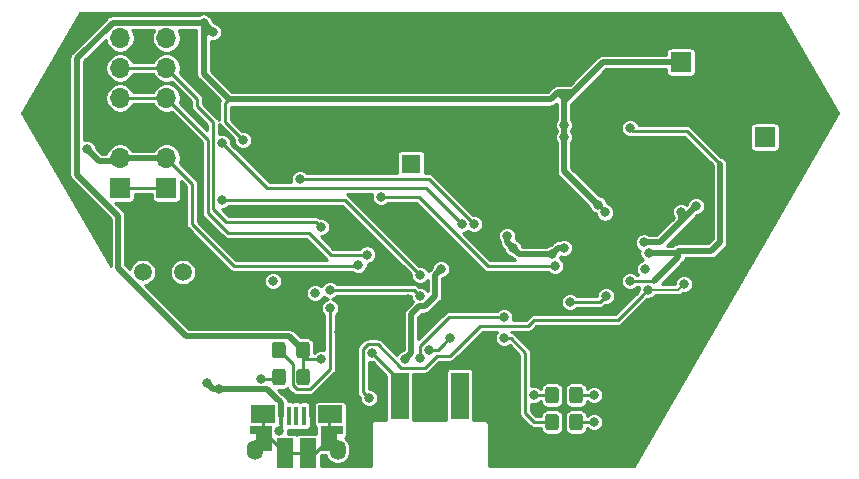
<source format=gtl>
G04 #@! TF.GenerationSoftware,KiCad,Pcbnew,(5.1.6)-1*
G04 #@! TF.CreationDate,2020-12-08T10:00:41+01:00*
G04 #@! TF.ProjectId,Power_module_v1,506f7765-725f-46d6-9f64-756c655f7631,rev?*
G04 #@! TF.SameCoordinates,Original*
G04 #@! TF.FileFunction,Copper,L1,Top*
G04 #@! TF.FilePolarity,Positive*
%FSLAX46Y46*%
G04 Gerber Fmt 4.6, Leading zero omitted, Abs format (unit mm)*
G04 Created by KiCad (PCBNEW (5.1.6)-1) date 2020-12-08 10:00:41*
%MOMM*%
%LPD*%
G01*
G04 APERTURE LIST*
G04 #@! TA.AperFunction,ComponentPad*
%ADD10R,1.700000X1.700000*%
G04 #@! TD*
G04 #@! TA.AperFunction,ComponentPad*
%ADD11O,1.700000X1.700000*%
G04 #@! TD*
G04 #@! TA.AperFunction,SMDPad,CuDef*
%ADD12R,1.430000X2.500000*%
G04 #@! TD*
G04 #@! TA.AperFunction,SMDPad,CuDef*
%ADD13R,2.000000X1.500000*%
G04 #@! TD*
G04 #@! TA.AperFunction,SMDPad,CuDef*
%ADD14R,1.350000X2.000000*%
G04 #@! TD*
G04 #@! TA.AperFunction,SMDPad,CuDef*
%ADD15R,0.400000X1.650000*%
G04 #@! TD*
G04 #@! TA.AperFunction,ComponentPad*
%ADD16O,1.350000X1.700000*%
G04 #@! TD*
G04 #@! TA.AperFunction,ComponentPad*
%ADD17O,1.100000X1.500000*%
G04 #@! TD*
G04 #@! TA.AperFunction,SMDPad,CuDef*
%ADD18R,1.825000X0.700000*%
G04 #@! TD*
G04 #@! TA.AperFunction,SMDPad,CuDef*
%ADD19R,1.700000X1.700000*%
G04 #@! TD*
G04 #@! TA.AperFunction,SMDPad,CuDef*
%ADD20O,1.700000X1.700000*%
G04 #@! TD*
G04 #@! TA.AperFunction,SMDPad,CuDef*
%ADD21R,1.524000X4.000000*%
G04 #@! TD*
G04 #@! TA.AperFunction,ComponentPad*
%ADD22R,1.600000X1.600000*%
G04 #@! TD*
G04 #@! TA.AperFunction,ComponentPad*
%ADD23C,1.600000*%
G04 #@! TD*
G04 #@! TA.AperFunction,ComponentPad*
%ADD24C,1.500000*%
G04 #@! TD*
G04 #@! TA.AperFunction,ViaPad*
%ADD25C,0.800000*%
G04 #@! TD*
G04 #@! TA.AperFunction,ViaPad*
%ADD26C,0.400000*%
G04 #@! TD*
G04 #@! TA.AperFunction,Conductor*
%ADD27C,0.254000*%
G04 #@! TD*
G04 #@! TA.AperFunction,Conductor*
%ADD28C,0.500000*%
G04 #@! TD*
G04 #@! TA.AperFunction,Conductor*
%ADD29C,0.250000*%
G04 #@! TD*
G04 #@! TA.AperFunction,Conductor*
%ADD30C,0.200000*%
G04 #@! TD*
G04 #@! TA.AperFunction,Conductor*
%ADD31C,0.300000*%
G04 #@! TD*
G04 APERTURE END LIST*
D10*
X150876000Y-80010000D03*
D11*
X150876000Y-82550000D03*
G04 #@! TA.AperFunction,SMDPad,CuDef*
G36*
G01*
X109153000Y-100780001D02*
X109153000Y-99879999D01*
G75*
G02*
X109402999Y-99630000I249999J0D01*
G01*
X110053001Y-99630000D01*
G75*
G02*
X110303000Y-99879999I0J-249999D01*
G01*
X110303000Y-100780001D01*
G75*
G02*
X110053001Y-101030000I-249999J0D01*
G01*
X109402999Y-101030000D01*
G75*
G02*
X109153000Y-100780001I0J249999D01*
G01*
G37*
G04 #@! TD.AperFunction*
G04 #@! TA.AperFunction,SMDPad,CuDef*
G36*
G01*
X111203000Y-100780001D02*
X111203000Y-99879999D01*
G75*
G02*
X111452999Y-99630000I249999J0D01*
G01*
X112103001Y-99630000D01*
G75*
G02*
X112353000Y-99879999I0J-249999D01*
G01*
X112353000Y-100780001D01*
G75*
G02*
X112103001Y-101030000I-249999J0D01*
G01*
X111452999Y-101030000D01*
G75*
G02*
X111203000Y-100780001I0J249999D01*
G01*
G37*
G04 #@! TD.AperFunction*
G04 #@! TA.AperFunction,SMDPad,CuDef*
G36*
G01*
X109135000Y-98494001D02*
X109135000Y-97593999D01*
G75*
G02*
X109384999Y-97344000I249999J0D01*
G01*
X110035001Y-97344000D01*
G75*
G02*
X110285000Y-97593999I0J-249999D01*
G01*
X110285000Y-98494001D01*
G75*
G02*
X110035001Y-98744000I-249999J0D01*
G01*
X109384999Y-98744000D01*
G75*
G02*
X109135000Y-98494001I0J249999D01*
G01*
G37*
G04 #@! TD.AperFunction*
G04 #@! TA.AperFunction,SMDPad,CuDef*
G36*
G01*
X111185000Y-98494001D02*
X111185000Y-97593999D01*
G75*
G02*
X111434999Y-97344000I249999J0D01*
G01*
X112085001Y-97344000D01*
G75*
G02*
X112335000Y-97593999I0J-249999D01*
G01*
X112335000Y-98494001D01*
G75*
G02*
X112085001Y-98744000I-249999J0D01*
G01*
X111434999Y-98744000D01*
G75*
G02*
X111185000Y-98494001I0J249999D01*
G01*
G37*
G04 #@! TD.AperFunction*
G04 #@! TA.AperFunction,SMDPad,CuDef*
G36*
G01*
X133408000Y-103689999D02*
X133408000Y-104590001D01*
G75*
G02*
X133158001Y-104840000I-249999J0D01*
G01*
X132507999Y-104840000D01*
G75*
G02*
X132258000Y-104590001I0J249999D01*
G01*
X132258000Y-103689999D01*
G75*
G02*
X132507999Y-103440000I249999J0D01*
G01*
X133158001Y-103440000D01*
G75*
G02*
X133408000Y-103689999I0J-249999D01*
G01*
G37*
G04 #@! TD.AperFunction*
G04 #@! TA.AperFunction,SMDPad,CuDef*
G36*
G01*
X135458000Y-103689999D02*
X135458000Y-104590001D01*
G75*
G02*
X135208001Y-104840000I-249999J0D01*
G01*
X134557999Y-104840000D01*
G75*
G02*
X134308000Y-104590001I0J249999D01*
G01*
X134308000Y-103689999D01*
G75*
G02*
X134557999Y-103440000I249999J0D01*
G01*
X135208001Y-103440000D01*
G75*
G02*
X135458000Y-103689999I0J-249999D01*
G01*
G37*
G04 #@! TD.AperFunction*
G04 #@! TA.AperFunction,SMDPad,CuDef*
G36*
G01*
X133408000Y-101403999D02*
X133408000Y-102304001D01*
G75*
G02*
X133158001Y-102554000I-249999J0D01*
G01*
X132507999Y-102554000D01*
G75*
G02*
X132258000Y-102304001I0J249999D01*
G01*
X132258000Y-101403999D01*
G75*
G02*
X132507999Y-101154000I249999J0D01*
G01*
X133158001Y-101154000D01*
G75*
G02*
X133408000Y-101403999I0J-249999D01*
G01*
G37*
G04 #@! TD.AperFunction*
G04 #@! TA.AperFunction,SMDPad,CuDef*
G36*
G01*
X135458000Y-101403999D02*
X135458000Y-102304001D01*
G75*
G02*
X135208001Y-102554000I-249999J0D01*
G01*
X134557999Y-102554000D01*
G75*
G02*
X134308000Y-102304001I0J249999D01*
G01*
X134308000Y-101403999D01*
G75*
G02*
X134557999Y-101154000I249999J0D01*
G01*
X135208001Y-101154000D01*
G75*
G02*
X135458000Y-101403999I0J-249999D01*
G01*
G37*
G04 #@! TD.AperFunction*
D12*
X110228900Y-106746740D03*
D13*
X108338900Y-103496740D03*
D14*
X113938900Y-105546740D03*
X108458900Y-105546740D03*
D15*
X111188900Y-103596740D03*
D16*
X114688900Y-106476740D03*
D17*
X108768900Y-103476740D03*
X113608900Y-103476740D03*
D15*
X112488900Y-103596740D03*
X111838900Y-103596740D03*
D18*
X114188900Y-104796740D03*
D15*
X109888900Y-103596740D03*
D13*
X114088900Y-103476740D03*
D18*
X108238900Y-104796740D03*
D15*
X110538900Y-103596740D03*
D16*
X107688900Y-106476740D03*
D12*
X112148900Y-106746740D03*
D11*
X146304000Y-73660000D03*
D10*
X143764000Y-73660000D03*
D19*
X96266000Y-84328000D03*
D20*
X96266000Y-81788000D03*
X96266000Y-79248000D03*
X96266000Y-76708000D03*
X96266000Y-74168000D03*
X96266000Y-71628000D03*
D11*
X100203000Y-71628000D03*
X100203000Y-74168000D03*
X100203000Y-76708000D03*
X100203000Y-79248000D03*
X100203000Y-81788000D03*
D10*
X100203000Y-84328000D03*
D21*
X125049280Y-101912420D03*
X122509280Y-101912420D03*
X119969280Y-101912420D03*
D22*
X120904000Y-82296000D03*
D23*
X120904000Y-79796000D03*
D24*
X101600000Y-91440000D03*
X98200000Y-91440000D03*
D25*
X104140000Y-71120000D03*
X153670000Y-74930000D03*
D26*
X106680000Y-96012000D03*
X106680000Y-94996000D03*
X136652000Y-88900000D03*
X138176000Y-88900000D03*
X136652000Y-89662000D03*
X136652000Y-90424000D03*
X138176000Y-89662000D03*
X138176000Y-90424000D03*
X137414000Y-88900000D03*
X137414000Y-89662000D03*
X137414000Y-90424000D03*
D25*
X141224000Y-87884000D03*
X132334000Y-88392000D03*
X132080000Y-86868000D03*
X132842000Y-87630000D03*
X133604000Y-88392000D03*
X140208000Y-87884000D03*
X141478000Y-86868000D03*
X129286000Y-98552000D03*
X103378000Y-91948000D03*
X106680000Y-93980000D03*
X102870000Y-81026000D03*
X114808000Y-96520000D03*
X120650000Y-93726000D03*
X113586576Y-101140576D03*
X103886000Y-90170000D03*
X149860000Y-73660000D03*
X90170000Y-77470000D03*
X154940000Y-78740000D03*
X140970000Y-101600000D03*
X138430000Y-105410000D03*
X129540000Y-105410000D03*
X95250000Y-88900000D03*
X128270000Y-78740000D03*
X125730000Y-78740000D03*
X148336000Y-90170000D03*
X151130000Y-85090000D03*
X113030000Y-78740000D03*
X149860000Y-71120000D03*
X143510000Y-71120000D03*
X137160000Y-71120000D03*
X130810000Y-71120000D03*
X124460000Y-71120000D03*
X118110000Y-71120000D03*
X106680000Y-71120000D03*
X90170000Y-80010000D03*
X93218000Y-70358000D03*
X90932000Y-74930000D03*
X108204000Y-75946000D03*
X104648000Y-101346000D03*
X144018000Y-92456000D03*
X140970000Y-92927000D03*
X103632000Y-100838000D03*
X109751402Y-104896738D03*
X117348000Y-102108000D03*
X133858000Y-78994000D03*
X133858000Y-80010000D03*
X113284000Y-98806000D03*
X106680000Y-80264000D03*
X137330343Y-86387491D03*
X136753600Y-85725000D03*
X103347999Y-70327999D03*
X143764000Y-86360000D03*
X145034000Y-85852000D03*
X140617923Y-88937000D03*
X120396000Y-98806000D03*
X123444000Y-91186000D03*
X93472000Y-81026000D03*
X116446067Y-90817933D03*
X139446000Y-92202000D03*
X139446000Y-79248000D03*
X141032228Y-89848685D03*
X140716000Y-91186000D03*
X109220000Y-92202000D03*
X108204000Y-100496000D03*
X128778000Y-97028000D03*
X136398000Y-104140000D03*
X131318000Y-101854000D03*
X136398000Y-101854000D03*
X117602000Y-98298000D03*
X122417363Y-98054637D03*
X124181273Y-97038443D03*
X121666000Y-91694000D03*
X104901999Y-85344000D03*
X117173067Y-89963463D03*
X113284000Y-87630000D03*
X125215933Y-87382067D03*
X104902000Y-80518000D03*
X126238000Y-87376000D03*
X111506000Y-83566000D03*
X133096000Y-90932000D03*
X118364000Y-85090000D03*
X129540000Y-89408000D03*
X133858000Y-89387000D03*
X129032000Y-88392000D03*
X132842000Y-89895000D03*
X121653147Y-98699598D03*
X128778000Y-95250000D03*
X114046000Y-92964000D03*
X121666000Y-93472000D03*
X137414000Y-93472000D03*
X134366000Y-93980000D03*
X112776000Y-93218000D03*
X114046001Y-94488000D03*
D27*
X100203000Y-79248000D02*
X96266000Y-79248000D01*
X122509280Y-101912420D02*
X122509280Y-99740720D01*
X123659347Y-99740720D02*
X124848067Y-98552000D01*
X122509280Y-99740720D02*
X123659347Y-99740720D01*
X124848067Y-98552000D02*
X129032000Y-98552000D01*
X129032000Y-98552000D02*
X129286000Y-98552000D01*
X105410000Y-93980000D02*
X103378000Y-91948000D01*
X106680000Y-93980000D02*
X105410000Y-93980000D01*
D28*
X112488900Y-102153098D02*
X116078000Y-98563998D01*
X112488900Y-103596740D02*
X112488900Y-102153098D01*
D27*
X100203000Y-79248000D02*
X101981000Y-81026000D01*
X101981000Y-81026000D02*
X102870000Y-81026000D01*
X114808000Y-96520000D02*
X116078000Y-96520000D01*
D28*
X116078000Y-98563998D02*
X116078000Y-96520000D01*
X116078000Y-96520000D02*
X117856000Y-96520000D01*
X117856000Y-96520000D02*
X120650000Y-93726000D01*
D29*
X103378000Y-90678000D02*
X103886000Y-90170000D01*
X103378000Y-91948000D02*
X103378000Y-90678000D01*
D28*
X108204000Y-72644000D02*
X106680000Y-71120000D01*
X108204000Y-75946000D02*
X108204000Y-72644000D01*
D30*
X140970000Y-92927000D02*
X143547000Y-92927000D01*
X143547000Y-92927000D02*
X144018000Y-92456000D01*
D28*
X104140000Y-101346000D02*
X105156000Y-101346000D01*
X103632000Y-100838000D02*
X104140000Y-101346000D01*
X105156000Y-101346000D02*
X104902000Y-101346000D01*
X109888900Y-103596740D02*
X109888900Y-102486738D01*
X109698901Y-102296739D02*
X109888900Y-102486738D01*
X105156000Y-101346000D02*
X108458000Y-101346000D01*
X109698901Y-102296739D02*
X109662739Y-102296739D01*
X108712000Y-101346000D02*
X108458000Y-101346000D01*
X109662739Y-102296739D02*
X108712000Y-101346000D01*
D27*
X109888900Y-103596740D02*
X109888900Y-104808900D01*
X109888900Y-104808900D02*
X109982000Y-104902000D01*
X140570001Y-93326999D02*
X140570001Y-93363999D01*
X140970000Y-92927000D02*
X140570001Y-93326999D01*
X140570001Y-93363999D02*
X138430000Y-95504000D01*
X130844999Y-95977001D02*
X131318000Y-95504000D01*
X122074932Y-99533001D02*
X123099286Y-98508647D01*
X120047039Y-99533001D02*
X122074932Y-99533001D01*
X118085037Y-97570999D02*
X120047039Y-99533001D01*
X117253039Y-97570999D02*
X118085037Y-97570999D01*
X126781000Y-95977001D02*
X130844999Y-95977001D01*
X124249354Y-98508647D02*
X126781000Y-95977001D01*
X116874999Y-97949039D02*
X117253039Y-97570999D01*
X117348000Y-102108000D02*
X116874999Y-101634999D01*
X123099286Y-98508647D02*
X124249354Y-98508647D01*
X116874999Y-101634999D02*
X116874999Y-97949039D01*
X138430000Y-95504000D02*
X131318000Y-95504000D01*
X111760000Y-100312000D02*
X111778000Y-100330000D01*
X113284000Y-98806000D02*
X111760000Y-98806000D01*
X111760000Y-98044000D02*
X111760000Y-98806000D01*
X111760000Y-98806000D02*
X111760000Y-100312000D01*
X106680000Y-80264000D02*
X105156000Y-78740000D01*
D28*
X133858000Y-78994000D02*
X133858000Y-82888000D01*
X133858000Y-82888000D02*
X136457600Y-85487600D01*
D27*
X137332434Y-86385400D02*
X137330343Y-86387491D01*
X137414000Y-86385400D02*
X137332434Y-86385400D01*
X136457600Y-85505200D02*
X136533800Y-85505200D01*
X136457600Y-85487600D02*
X136457600Y-85505200D01*
X136533800Y-85505200D02*
X136753600Y-85725000D01*
D31*
X136753600Y-85725000D02*
X137414000Y-86385400D01*
D28*
X92621999Y-83194001D02*
X92621999Y-73347999D01*
X111760000Y-98044000D02*
X110609990Y-96893990D01*
X96100001Y-91116003D02*
X96100001Y-86672003D01*
X110609990Y-96893990D02*
X101877988Y-96893990D01*
X96100001Y-86672003D02*
X92621999Y-83194001D01*
X101877988Y-96893990D02*
X96100001Y-91116003D01*
X133858000Y-76962000D02*
X133858000Y-80010000D01*
X134620000Y-76200000D02*
X133858000Y-76962000D01*
X133858000Y-76708000D02*
X133350000Y-76200000D01*
X133858000Y-76962000D02*
X133858000Y-76708000D01*
X133350000Y-76200000D02*
X134620000Y-76200000D01*
X95641999Y-70327999D02*
X103347999Y-70327999D01*
X92621999Y-73347999D02*
X95641999Y-70327999D01*
X137160000Y-73660000D02*
X133858000Y-76962000D01*
X143764000Y-73660000D02*
X137160000Y-73660000D01*
X132753999Y-76796001D02*
X105498001Y-76796001D01*
X133350000Y-76200000D02*
X132753999Y-76796001D01*
X105498001Y-76796001D02*
X103347999Y-74645999D01*
D27*
X105156000Y-77138002D02*
X105498001Y-76796001D01*
X105156000Y-78740000D02*
X105156000Y-77138002D01*
D28*
X103347999Y-70327999D02*
X104140000Y-71120000D01*
X103632000Y-71120000D02*
X103347999Y-71404001D01*
X104140000Y-71120000D02*
X103632000Y-71120000D01*
X103347999Y-74645999D02*
X103347999Y-71404001D01*
X103347999Y-71404001D02*
X103347999Y-70327999D01*
X143510000Y-87376000D02*
X145034000Y-85852000D01*
X143764000Y-87122000D02*
X141986000Y-88900000D01*
X143764000Y-86360000D02*
X143764000Y-87122000D01*
D29*
X141949000Y-88937000D02*
X141986000Y-88900000D01*
D28*
X140617923Y-88937000D02*
X141949000Y-88937000D01*
X93472000Y-81026000D02*
X94488000Y-82042000D01*
X96012000Y-82042000D02*
X96266000Y-81788000D01*
X94488000Y-82042000D02*
X96012000Y-82042000D01*
X96266000Y-81788000D02*
X100203000Y-81788000D01*
X122936000Y-91694000D02*
X123444000Y-91186000D01*
X122936000Y-93460002D02*
X122936000Y-91694000D01*
X122074001Y-94322001D02*
X122936000Y-93460002D01*
X121831999Y-94322001D02*
X122074001Y-94322001D01*
X120904000Y-94996000D02*
X120904000Y-98298000D01*
X122074001Y-94322001D02*
X121577999Y-94322001D01*
X120904000Y-98298000D02*
X120396000Y-98806000D01*
X121577999Y-94322001D02*
X120904000Y-94996000D01*
D27*
X116366999Y-90897001D02*
X116446067Y-90817933D01*
X100203000Y-81788000D02*
X102362000Y-83947000D01*
X102362000Y-83947000D02*
X102362000Y-87376000D01*
X105883001Y-90897001D02*
X109762999Y-90897001D01*
X102362000Y-87376000D02*
X105883001Y-90897001D01*
X109312001Y-90897001D02*
X109762999Y-90897001D01*
X109762999Y-90897001D02*
X116366999Y-90897001D01*
D28*
X143546999Y-89625001D02*
X146340999Y-89625001D01*
X141478000Y-92202000D02*
X143546999Y-90133001D01*
X143546999Y-90133001D02*
X143546999Y-89625001D01*
D29*
X139446000Y-92202000D02*
X141478000Y-92202000D01*
X144272000Y-79502000D02*
X139700000Y-79502000D01*
X139700000Y-79502000D02*
X139446000Y-79248000D01*
X147066000Y-82296000D02*
X144272000Y-79502000D01*
D28*
X147066000Y-88900000D02*
X147066000Y-82296000D01*
X146340999Y-89625001D02*
X147066000Y-88900000D01*
D29*
X143323315Y-89848685D02*
X143546999Y-89625001D01*
D28*
X141032228Y-89848685D02*
X143323315Y-89848685D01*
D27*
X109562000Y-100496000D02*
X109728000Y-100330000D01*
X108204000Y-100496000D02*
X109562000Y-100496000D01*
X132833000Y-104140000D02*
X131318000Y-104140000D01*
X130590999Y-98275314D02*
X130590999Y-103412999D01*
X130590999Y-103412999D02*
X131318000Y-104140000D01*
X129343685Y-97028000D02*
X130590999Y-98275314D01*
X128778000Y-97028000D02*
X129343685Y-97028000D01*
X136398000Y-104140000D02*
X134883000Y-104140000D01*
X131318000Y-101854000D02*
X132833000Y-101854000D01*
X134883000Y-101854000D02*
X136398000Y-101854000D01*
X119969280Y-100665280D02*
X119969280Y-101912420D01*
X117602000Y-98298000D02*
X119969280Y-100665280D01*
X122417363Y-98054637D02*
X123179363Y-98054637D01*
X123179363Y-98054637D02*
X123826497Y-97407503D01*
X123826497Y-97407503D02*
X123826497Y-97393219D01*
X123826497Y-97393219D02*
X124181273Y-97038443D01*
X108338900Y-104696740D02*
X108238900Y-104796740D01*
X108338900Y-103496740D02*
X108338900Y-104696740D01*
X108238900Y-105926740D02*
X107688900Y-106476740D01*
X108238900Y-104796740D02*
X108238900Y-105926740D01*
X109028900Y-105546740D02*
X110228900Y-106746740D01*
X108458900Y-105546740D02*
X109028900Y-105546740D01*
X110228900Y-106746740D02*
X112148900Y-106746740D01*
X112738900Y-106746740D02*
X113938900Y-105546740D01*
X112148900Y-106746740D02*
X112738900Y-106746740D01*
X113938900Y-103626740D02*
X114088900Y-103476740D01*
X113938900Y-105546740D02*
X113938900Y-103626740D01*
X113938900Y-105726740D02*
X114688900Y-106476740D01*
X113938900Y-105546740D02*
X113938900Y-105726740D01*
X114088900Y-103476740D02*
X113608900Y-103476740D01*
X108748900Y-103496740D02*
X108768900Y-103476740D01*
X108338900Y-103496740D02*
X108748900Y-103496740D01*
X107688900Y-106316740D02*
X108458900Y-105546740D01*
X107688900Y-106476740D02*
X107688900Y-106316740D01*
X100237999Y-84362999D02*
X100203000Y-84328000D01*
X100203000Y-84328000D02*
X96266000Y-84328000D01*
X121666000Y-91694000D02*
X115316000Y-85344000D01*
X115316000Y-85344000D02*
X104901999Y-85344000D01*
X100203000Y-76708000D02*
X96266000Y-76708000D01*
X103720989Y-80225989D02*
X103720989Y-86448989D01*
X100203000Y-76708000D02*
X103720989Y-80225989D01*
X103720989Y-86448989D02*
X105410000Y-88138000D01*
X105410000Y-88138000D02*
X112268000Y-88138000D01*
X112268000Y-88138000D02*
X114093463Y-89963463D01*
X114093463Y-89963463D02*
X117173067Y-89963463D01*
X100203000Y-74168000D02*
X96266000Y-74168000D01*
X102816010Y-77416010D02*
X102816010Y-76781010D01*
X112874157Y-87220157D02*
X105254157Y-87220157D01*
X113284000Y-87630000D02*
X112874157Y-87220157D01*
X102816010Y-76781010D02*
X100203000Y-74168000D01*
X104174999Y-86140999D02*
X104174999Y-78774999D01*
X105254157Y-87220157D02*
X104174999Y-86140999D01*
X104174999Y-78774999D02*
X102816010Y-77416010D01*
X125215933Y-87382067D02*
X122196865Y-84362999D01*
X108746999Y-84362999D02*
X122196865Y-84362999D01*
X104902000Y-80518000D02*
X108746999Y-84362999D01*
X126238000Y-87376000D02*
X122428000Y-83566000D01*
X122428000Y-83566000D02*
X111506000Y-83566000D01*
X133096000Y-90932000D02*
X129540000Y-90932000D01*
X127396999Y-90932000D02*
X121554999Y-85090000D01*
X129540000Y-90932000D02*
X127396999Y-90932000D01*
X121554999Y-85090000D02*
X118364000Y-85090000D01*
D28*
X132842000Y-89916000D02*
X130048000Y-89916000D01*
X130048000Y-89916000D02*
X129540000Y-89408000D01*
X133371000Y-89387000D02*
X132842000Y-89916000D01*
X133858000Y-89387000D02*
X133371000Y-89387000D01*
X129032000Y-88900000D02*
X129032000Y-88392000D01*
X129540000Y-89408000D02*
X129032000Y-88900000D01*
X129561000Y-89387000D02*
X129540000Y-89408000D01*
D27*
X124146038Y-95250000D02*
X128778000Y-95250000D01*
X121653147Y-98699598D02*
X121653147Y-97742891D01*
X121653147Y-97742891D02*
X124146038Y-95250000D01*
X120650000Y-92964000D02*
X121158000Y-92964000D01*
X120650000Y-92964000D02*
X120849985Y-92964000D01*
X121158000Y-92964000D02*
X121666000Y-93472000D01*
X114046000Y-92964000D02*
X120650000Y-92964000D01*
D29*
X136906000Y-93980000D02*
X137414000Y-93472000D01*
X134366000Y-93980000D02*
X136906000Y-93980000D01*
D27*
X109710000Y-98044000D02*
X110875990Y-99209990D01*
X114046001Y-99653017D02*
X114046001Y-94488000D01*
X111213992Y-101357010D02*
X112342008Y-101357010D01*
X110875990Y-99209990D02*
X110875990Y-101019008D01*
X110875990Y-101019008D02*
X111213992Y-101357010D01*
X112342008Y-101357010D02*
X114046001Y-99653017D01*
G36*
X157031326Y-77941566D02*
G01*
X139765597Y-107846500D01*
X127477120Y-107846500D01*
X127477120Y-104356621D01*
X127479084Y-104336680D01*
X127471245Y-104257090D01*
X127448030Y-104180559D01*
X127410330Y-104110027D01*
X127359594Y-104048206D01*
X127297773Y-103997470D01*
X127227241Y-103959770D01*
X127150710Y-103936555D01*
X127091061Y-103930680D01*
X127091060Y-103930680D01*
X127071120Y-103928716D01*
X127051179Y-103930680D01*
X126192325Y-103930680D01*
X126194123Y-103912420D01*
X126194123Y-99912420D01*
X126186767Y-99837731D01*
X126164981Y-99765912D01*
X126129602Y-99699724D01*
X126081991Y-99641709D01*
X126023976Y-99594098D01*
X125957788Y-99558719D01*
X125885969Y-99536933D01*
X125811280Y-99529577D01*
X124287280Y-99529577D01*
X124212591Y-99536933D01*
X124140772Y-99558719D01*
X124074584Y-99594098D01*
X124016569Y-99641709D01*
X123968958Y-99699724D01*
X123933579Y-99765912D01*
X123911793Y-99837731D01*
X123904437Y-99912420D01*
X123904437Y-103912420D01*
X123906235Y-103930680D01*
X121112325Y-103930680D01*
X121114123Y-103912420D01*
X121114123Y-100041001D01*
X122049988Y-100041001D01*
X122074932Y-100043458D01*
X122099876Y-100041001D01*
X122099879Y-100041001D01*
X122174517Y-100033650D01*
X122270275Y-100004602D01*
X122358527Y-99957430D01*
X122435880Y-99893949D01*
X122451787Y-99874566D01*
X123309707Y-99016647D01*
X124224410Y-99016647D01*
X124249354Y-99019104D01*
X124274298Y-99016647D01*
X124274301Y-99016647D01*
X124348939Y-99009296D01*
X124444697Y-98980248D01*
X124532949Y-98933076D01*
X124610302Y-98869595D01*
X124626209Y-98850212D01*
X126991421Y-96485001D01*
X128216498Y-96485001D01*
X128171358Y-96530141D01*
X128085887Y-96658058D01*
X128027013Y-96800191D01*
X127997000Y-96951078D01*
X127997000Y-97104922D01*
X128027013Y-97255809D01*
X128085887Y-97397942D01*
X128171358Y-97525859D01*
X128280141Y-97634642D01*
X128408058Y-97720113D01*
X128550191Y-97778987D01*
X128701078Y-97809000D01*
X128854922Y-97809000D01*
X129005809Y-97778987D01*
X129147942Y-97720113D01*
X129249512Y-97652247D01*
X130082999Y-98485735D01*
X130083000Y-103388045D01*
X130080542Y-103412999D01*
X130089473Y-103503673D01*
X130090351Y-103512584D01*
X130109687Y-103576325D01*
X130119399Y-103608342D01*
X130166570Y-103696594D01*
X130187807Y-103722471D01*
X130230052Y-103773947D01*
X130249429Y-103789849D01*
X130941145Y-104481565D01*
X130957052Y-104500948D01*
X131034405Y-104564429D01*
X131122657Y-104611601D01*
X131218415Y-104640649D01*
X131293053Y-104648000D01*
X131293056Y-104648000D01*
X131318000Y-104650457D01*
X131342944Y-104648000D01*
X131880869Y-104648000D01*
X131887317Y-104713462D01*
X131923329Y-104832179D01*
X131981810Y-104941589D01*
X132060512Y-105037488D01*
X132156411Y-105116190D01*
X132265821Y-105174671D01*
X132384538Y-105210683D01*
X132507999Y-105222843D01*
X133158001Y-105222843D01*
X133281462Y-105210683D01*
X133400179Y-105174671D01*
X133509589Y-105116190D01*
X133605488Y-105037488D01*
X133684190Y-104941589D01*
X133742671Y-104832179D01*
X133778683Y-104713462D01*
X133790843Y-104590001D01*
X133790843Y-103689999D01*
X133925157Y-103689999D01*
X133925157Y-104590001D01*
X133937317Y-104713462D01*
X133973329Y-104832179D01*
X134031810Y-104941589D01*
X134110512Y-105037488D01*
X134206411Y-105116190D01*
X134315821Y-105174671D01*
X134434538Y-105210683D01*
X134557999Y-105222843D01*
X135208001Y-105222843D01*
X135331462Y-105210683D01*
X135450179Y-105174671D01*
X135559589Y-105116190D01*
X135655488Y-105037488D01*
X135734190Y-104941589D01*
X135792671Y-104832179D01*
X135828683Y-104713462D01*
X135832115Y-104678616D01*
X135900141Y-104746642D01*
X136028058Y-104832113D01*
X136170191Y-104890987D01*
X136321078Y-104921000D01*
X136474922Y-104921000D01*
X136625809Y-104890987D01*
X136767942Y-104832113D01*
X136895859Y-104746642D01*
X137004642Y-104637859D01*
X137090113Y-104509942D01*
X137148987Y-104367809D01*
X137179000Y-104216922D01*
X137179000Y-104063078D01*
X137148987Y-103912191D01*
X137090113Y-103770058D01*
X137004642Y-103642141D01*
X136895859Y-103533358D01*
X136767942Y-103447887D01*
X136625809Y-103389013D01*
X136474922Y-103359000D01*
X136321078Y-103359000D01*
X136170191Y-103389013D01*
X136028058Y-103447887D01*
X135900141Y-103533358D01*
X135832115Y-103601384D01*
X135828683Y-103566538D01*
X135792671Y-103447821D01*
X135734190Y-103338411D01*
X135655488Y-103242512D01*
X135559589Y-103163810D01*
X135450179Y-103105329D01*
X135331462Y-103069317D01*
X135208001Y-103057157D01*
X134557999Y-103057157D01*
X134434538Y-103069317D01*
X134315821Y-103105329D01*
X134206411Y-103163810D01*
X134110512Y-103242512D01*
X134031810Y-103338411D01*
X133973329Y-103447821D01*
X133937317Y-103566538D01*
X133925157Y-103689999D01*
X133790843Y-103689999D01*
X133778683Y-103566538D01*
X133742671Y-103447821D01*
X133684190Y-103338411D01*
X133605488Y-103242512D01*
X133509589Y-103163810D01*
X133400179Y-103105329D01*
X133281462Y-103069317D01*
X133158001Y-103057157D01*
X132507999Y-103057157D01*
X132384538Y-103069317D01*
X132265821Y-103105329D01*
X132156411Y-103163810D01*
X132060512Y-103242512D01*
X131981810Y-103338411D01*
X131923329Y-103447821D01*
X131887317Y-103566538D01*
X131880869Y-103632000D01*
X131528420Y-103632000D01*
X131098999Y-103202579D01*
X131098999Y-102606739D01*
X131241078Y-102635000D01*
X131394922Y-102635000D01*
X131545809Y-102604987D01*
X131687942Y-102546113D01*
X131815859Y-102460642D01*
X131883885Y-102392616D01*
X131887317Y-102427462D01*
X131923329Y-102546179D01*
X131981810Y-102655589D01*
X132060512Y-102751488D01*
X132156411Y-102830190D01*
X132265821Y-102888671D01*
X132384538Y-102924683D01*
X132507999Y-102936843D01*
X133158001Y-102936843D01*
X133281462Y-102924683D01*
X133400179Y-102888671D01*
X133509589Y-102830190D01*
X133605488Y-102751488D01*
X133684190Y-102655589D01*
X133742671Y-102546179D01*
X133778683Y-102427462D01*
X133790843Y-102304001D01*
X133790843Y-101403999D01*
X133925157Y-101403999D01*
X133925157Y-102304001D01*
X133937317Y-102427462D01*
X133973329Y-102546179D01*
X134031810Y-102655589D01*
X134110512Y-102751488D01*
X134206411Y-102830190D01*
X134315821Y-102888671D01*
X134434538Y-102924683D01*
X134557999Y-102936843D01*
X135208001Y-102936843D01*
X135331462Y-102924683D01*
X135450179Y-102888671D01*
X135559589Y-102830190D01*
X135655488Y-102751488D01*
X135734190Y-102655589D01*
X135792671Y-102546179D01*
X135828683Y-102427462D01*
X135832115Y-102392616D01*
X135900141Y-102460642D01*
X136028058Y-102546113D01*
X136170191Y-102604987D01*
X136321078Y-102635000D01*
X136474922Y-102635000D01*
X136625809Y-102604987D01*
X136767942Y-102546113D01*
X136895859Y-102460642D01*
X137004642Y-102351859D01*
X137090113Y-102223942D01*
X137148987Y-102081809D01*
X137179000Y-101930922D01*
X137179000Y-101777078D01*
X137148987Y-101626191D01*
X137090113Y-101484058D01*
X137004642Y-101356141D01*
X136895859Y-101247358D01*
X136767942Y-101161887D01*
X136625809Y-101103013D01*
X136474922Y-101073000D01*
X136321078Y-101073000D01*
X136170191Y-101103013D01*
X136028058Y-101161887D01*
X135900141Y-101247358D01*
X135832115Y-101315384D01*
X135828683Y-101280538D01*
X135792671Y-101161821D01*
X135734190Y-101052411D01*
X135655488Y-100956512D01*
X135559589Y-100877810D01*
X135450179Y-100819329D01*
X135331462Y-100783317D01*
X135208001Y-100771157D01*
X134557999Y-100771157D01*
X134434538Y-100783317D01*
X134315821Y-100819329D01*
X134206411Y-100877810D01*
X134110512Y-100956512D01*
X134031810Y-101052411D01*
X133973329Y-101161821D01*
X133937317Y-101280538D01*
X133925157Y-101403999D01*
X133790843Y-101403999D01*
X133778683Y-101280538D01*
X133742671Y-101161821D01*
X133684190Y-101052411D01*
X133605488Y-100956512D01*
X133509589Y-100877810D01*
X133400179Y-100819329D01*
X133281462Y-100783317D01*
X133158001Y-100771157D01*
X132507999Y-100771157D01*
X132384538Y-100783317D01*
X132265821Y-100819329D01*
X132156411Y-100877810D01*
X132060512Y-100956512D01*
X131981810Y-101052411D01*
X131923329Y-101161821D01*
X131887317Y-101280538D01*
X131883885Y-101315384D01*
X131815859Y-101247358D01*
X131687942Y-101161887D01*
X131545809Y-101103013D01*
X131394922Y-101073000D01*
X131241078Y-101073000D01*
X131098999Y-101101261D01*
X131098999Y-98300257D01*
X131101456Y-98275313D01*
X131098961Y-98249980D01*
X131091648Y-98175729D01*
X131062600Y-98079971D01*
X131062599Y-98079969D01*
X131015428Y-97991718D01*
X130967849Y-97933743D01*
X130951947Y-97914366D01*
X130932570Y-97898464D01*
X129720540Y-96686435D01*
X129704633Y-96667052D01*
X129627280Y-96603571D01*
X129539028Y-96556399D01*
X129443270Y-96527351D01*
X129375142Y-96520641D01*
X129339502Y-96485001D01*
X130820055Y-96485001D01*
X130844999Y-96487458D01*
X130869943Y-96485001D01*
X130869946Y-96485001D01*
X130944584Y-96477650D01*
X131040342Y-96448602D01*
X131128594Y-96401430D01*
X131205947Y-96337949D01*
X131221854Y-96318567D01*
X131528421Y-96012000D01*
X138405056Y-96012000D01*
X138430000Y-96014457D01*
X138454944Y-96012000D01*
X138454947Y-96012000D01*
X138529585Y-96004649D01*
X138625343Y-95975601D01*
X138713595Y-95928429D01*
X138790948Y-95864948D01*
X138806855Y-95845565D01*
X140911572Y-93740849D01*
X140930949Y-93724947D01*
X140944857Y-93708000D01*
X141046922Y-93708000D01*
X141197809Y-93677987D01*
X141339942Y-93619113D01*
X141467859Y-93533642D01*
X141576642Y-93424859D01*
X141587907Y-93408000D01*
X143523374Y-93408000D01*
X143547000Y-93410327D01*
X143570626Y-93408000D01*
X143641292Y-93401040D01*
X143731961Y-93373536D01*
X143815522Y-93328872D01*
X143888764Y-93268764D01*
X143903830Y-93250406D01*
X143921192Y-93233044D01*
X143941078Y-93237000D01*
X144094922Y-93237000D01*
X144245809Y-93206987D01*
X144387942Y-93148113D01*
X144515859Y-93062642D01*
X144624642Y-92953859D01*
X144710113Y-92825942D01*
X144768987Y-92683809D01*
X144799000Y-92532922D01*
X144799000Y-92379078D01*
X144768987Y-92228191D01*
X144710113Y-92086058D01*
X144624642Y-91958141D01*
X144515859Y-91849358D01*
X144387942Y-91763887D01*
X144245809Y-91705013D01*
X144094922Y-91675000D01*
X143941078Y-91675000D01*
X143790191Y-91705013D01*
X143648058Y-91763887D01*
X143520141Y-91849358D01*
X143411358Y-91958141D01*
X143325887Y-92086058D01*
X143267013Y-92228191D01*
X143237000Y-92379078D01*
X143237000Y-92446000D01*
X142126368Y-92446000D01*
X143971263Y-90601105D01*
X143995342Y-90581344D01*
X144074195Y-90485262D01*
X144132788Y-90375643D01*
X144168869Y-90256699D01*
X144168938Y-90256001D01*
X146310009Y-90256001D01*
X146340999Y-90259053D01*
X146371989Y-90256001D01*
X146371997Y-90256001D01*
X146464697Y-90246871D01*
X146583641Y-90210790D01*
X146693260Y-90152197D01*
X146789342Y-90073344D01*
X146809104Y-90049264D01*
X147490269Y-89368100D01*
X147514343Y-89348343D01*
X147534104Y-89324265D01*
X147593196Y-89252261D01*
X147651789Y-89142642D01*
X147656739Y-89126323D01*
X147687870Y-89023698D01*
X147697000Y-88930998D01*
X147697000Y-88930989D01*
X147700052Y-88900001D01*
X147697000Y-88869013D01*
X147697000Y-82265002D01*
X147687870Y-82172302D01*
X147651789Y-82053358D01*
X147593196Y-81943739D01*
X147514343Y-81847657D01*
X147418261Y-81768804D01*
X147308642Y-81710211D01*
X147189698Y-81674130D01*
X147156447Y-81670855D01*
X144647376Y-79161785D01*
X144645912Y-79160000D01*
X149643157Y-79160000D01*
X149643157Y-80860000D01*
X149650513Y-80934689D01*
X149672299Y-81006508D01*
X149707678Y-81072696D01*
X149755289Y-81130711D01*
X149813304Y-81178322D01*
X149879492Y-81213701D01*
X149951311Y-81235487D01*
X150026000Y-81242843D01*
X151726000Y-81242843D01*
X151800689Y-81235487D01*
X151872508Y-81213701D01*
X151938696Y-81178322D01*
X151996711Y-81130711D01*
X152044322Y-81072696D01*
X152079701Y-81006508D01*
X152101487Y-80934689D01*
X152108843Y-80860000D01*
X152108843Y-79160000D01*
X152101487Y-79085311D01*
X152079701Y-79013492D01*
X152044322Y-78947304D01*
X151996711Y-78889289D01*
X151938696Y-78841678D01*
X151872508Y-78806299D01*
X151800689Y-78784513D01*
X151726000Y-78777157D01*
X150026000Y-78777157D01*
X149951311Y-78784513D01*
X149879492Y-78806299D01*
X149813304Y-78841678D01*
X149755289Y-78889289D01*
X149707678Y-78947304D01*
X149672299Y-79013492D01*
X149650513Y-79085311D01*
X149643157Y-79160000D01*
X144645912Y-79160000D01*
X144631527Y-79142473D01*
X144554479Y-79079241D01*
X144466575Y-79032255D01*
X144371193Y-79003322D01*
X144296854Y-78996000D01*
X144296846Y-78996000D01*
X144272000Y-78993553D01*
X144247154Y-78996000D01*
X140186967Y-78996000D01*
X140138113Y-78878058D01*
X140052642Y-78750141D01*
X139943859Y-78641358D01*
X139815942Y-78555887D01*
X139673809Y-78497013D01*
X139522922Y-78467000D01*
X139369078Y-78467000D01*
X139218191Y-78497013D01*
X139076058Y-78555887D01*
X138948141Y-78641358D01*
X138839358Y-78750141D01*
X138753887Y-78878058D01*
X138695013Y-79020191D01*
X138665000Y-79171078D01*
X138665000Y-79324922D01*
X138695013Y-79475809D01*
X138753887Y-79617942D01*
X138839358Y-79745859D01*
X138948141Y-79854642D01*
X139076058Y-79940113D01*
X139218191Y-79998987D01*
X139369078Y-80029000D01*
X139522922Y-80029000D01*
X139643946Y-80004927D01*
X139675146Y-80008000D01*
X139675153Y-80008000D01*
X139699999Y-80010447D01*
X139724845Y-80008000D01*
X144062409Y-80008000D01*
X146435001Y-82380593D01*
X146435000Y-88638631D01*
X146079631Y-88994001D01*
X143577997Y-88994001D01*
X143546999Y-88990948D01*
X143516001Y-88994001D01*
X143423301Y-89003131D01*
X143304357Y-89039212D01*
X143194738Y-89097805D01*
X143098656Y-89176658D01*
X143064986Y-89217685D01*
X142560683Y-89217685D01*
X144188268Y-87590101D01*
X144212343Y-87570343D01*
X144232105Y-87546263D01*
X145153921Y-86624447D01*
X145261809Y-86602987D01*
X145403942Y-86544113D01*
X145531859Y-86458642D01*
X145640642Y-86349859D01*
X145726113Y-86221942D01*
X145784987Y-86079809D01*
X145815000Y-85928922D01*
X145815000Y-85775078D01*
X145784987Y-85624191D01*
X145726113Y-85482058D01*
X145640642Y-85354141D01*
X145531859Y-85245358D01*
X145403942Y-85159887D01*
X145261809Y-85101013D01*
X145110922Y-85071000D01*
X144957078Y-85071000D01*
X144806191Y-85101013D01*
X144664058Y-85159887D01*
X144536141Y-85245358D01*
X144427358Y-85354141D01*
X144341887Y-85482058D01*
X144283013Y-85624191D01*
X144261553Y-85732079D01*
X144248920Y-85744712D01*
X144133942Y-85667887D01*
X143991809Y-85609013D01*
X143840922Y-85579000D01*
X143687078Y-85579000D01*
X143536191Y-85609013D01*
X143394058Y-85667887D01*
X143266141Y-85753358D01*
X143157358Y-85862141D01*
X143071887Y-85990058D01*
X143013013Y-86132191D01*
X142983000Y-86283078D01*
X142983000Y-86436922D01*
X143013013Y-86587809D01*
X143071887Y-86729942D01*
X143133000Y-86821405D01*
X143133000Y-86860631D01*
X141687632Y-88306000D01*
X141079328Y-88306000D01*
X140987865Y-88244887D01*
X140845732Y-88186013D01*
X140694845Y-88156000D01*
X140541001Y-88156000D01*
X140390114Y-88186013D01*
X140247981Y-88244887D01*
X140120064Y-88330358D01*
X140011281Y-88439141D01*
X139925810Y-88567058D01*
X139866936Y-88709191D01*
X139836923Y-88860078D01*
X139836923Y-89013922D01*
X139866936Y-89164809D01*
X139925810Y-89306942D01*
X140011281Y-89434859D01*
X140120064Y-89543642D01*
X140247981Y-89629113D01*
X140277196Y-89641214D01*
X140251228Y-89771763D01*
X140251228Y-89925607D01*
X140281241Y-90076494D01*
X140340115Y-90218627D01*
X140425586Y-90346544D01*
X140509764Y-90430722D01*
X140488191Y-90435013D01*
X140346058Y-90493887D01*
X140218141Y-90579358D01*
X140109358Y-90688141D01*
X140023887Y-90816058D01*
X139965013Y-90958191D01*
X139935000Y-91109078D01*
X139935000Y-91262922D01*
X139965013Y-91413809D01*
X140023887Y-91555942D01*
X140109358Y-91683859D01*
X140121499Y-91696000D01*
X140044501Y-91696000D01*
X139943859Y-91595358D01*
X139815942Y-91509887D01*
X139673809Y-91451013D01*
X139522922Y-91421000D01*
X139369078Y-91421000D01*
X139218191Y-91451013D01*
X139076058Y-91509887D01*
X138948141Y-91595358D01*
X138839358Y-91704141D01*
X138753887Y-91832058D01*
X138695013Y-91974191D01*
X138665000Y-92125078D01*
X138665000Y-92278922D01*
X138695013Y-92429809D01*
X138753887Y-92571942D01*
X138839358Y-92699859D01*
X138948141Y-92808642D01*
X139076058Y-92894113D01*
X139218191Y-92952987D01*
X139369078Y-92983000D01*
X139522922Y-92983000D01*
X139673809Y-92952987D01*
X139815942Y-92894113D01*
X139943859Y-92808642D01*
X140044501Y-92708000D01*
X140217261Y-92708000D01*
X140189000Y-92850078D01*
X140189000Y-92990486D01*
X140145572Y-93043404D01*
X140115025Y-93100554D01*
X138219580Y-94996000D01*
X131342943Y-94996000D01*
X131317999Y-94993543D01*
X131293055Y-94996000D01*
X131293053Y-94996000D01*
X131218415Y-95003351D01*
X131122657Y-95032399D01*
X131122655Y-95032400D01*
X131034404Y-95079571D01*
X130979810Y-95124376D01*
X130957052Y-95143052D01*
X130941149Y-95162430D01*
X130634579Y-95469001D01*
X129530739Y-95469001D01*
X129559000Y-95326922D01*
X129559000Y-95173078D01*
X129528987Y-95022191D01*
X129470113Y-94880058D01*
X129384642Y-94752141D01*
X129275859Y-94643358D01*
X129147942Y-94557887D01*
X129005809Y-94499013D01*
X128854922Y-94469000D01*
X128701078Y-94469000D01*
X128550191Y-94499013D01*
X128408058Y-94557887D01*
X128280141Y-94643358D01*
X128181499Y-94742000D01*
X124170981Y-94742000D01*
X124146037Y-94739543D01*
X124121093Y-94742000D01*
X124121091Y-94742000D01*
X124046453Y-94749351D01*
X123950695Y-94778399D01*
X123950693Y-94778400D01*
X123862442Y-94825571D01*
X123833654Y-94849197D01*
X123785090Y-94889052D01*
X123769188Y-94908429D01*
X121535000Y-97142618D01*
X121535000Y-95257368D01*
X121839368Y-94953001D01*
X122043011Y-94953001D01*
X122074001Y-94956053D01*
X122104991Y-94953001D01*
X122104999Y-94953001D01*
X122197699Y-94943871D01*
X122316643Y-94907790D01*
X122426262Y-94849197D01*
X122522344Y-94770344D01*
X122542106Y-94746264D01*
X123360269Y-93928102D01*
X123384343Y-93908345D01*
X123388665Y-93903078D01*
X133585000Y-93903078D01*
X133585000Y-94056922D01*
X133615013Y-94207809D01*
X133673887Y-94349942D01*
X133759358Y-94477859D01*
X133868141Y-94586642D01*
X133996058Y-94672113D01*
X134138191Y-94730987D01*
X134289078Y-94761000D01*
X134442922Y-94761000D01*
X134593809Y-94730987D01*
X134735942Y-94672113D01*
X134863859Y-94586642D01*
X134964501Y-94486000D01*
X136881154Y-94486000D01*
X136906000Y-94488447D01*
X136930846Y-94486000D01*
X136930854Y-94486000D01*
X137005193Y-94478678D01*
X137100575Y-94449745D01*
X137188479Y-94402759D01*
X137265527Y-94339527D01*
X137281376Y-94320215D01*
X137348591Y-94253000D01*
X137490922Y-94253000D01*
X137641809Y-94222987D01*
X137783942Y-94164113D01*
X137911859Y-94078642D01*
X138020642Y-93969859D01*
X138106113Y-93841942D01*
X138164987Y-93699809D01*
X138195000Y-93548922D01*
X138195000Y-93395078D01*
X138164987Y-93244191D01*
X138106113Y-93102058D01*
X138020642Y-92974141D01*
X137911859Y-92865358D01*
X137783942Y-92779887D01*
X137641809Y-92721013D01*
X137490922Y-92691000D01*
X137337078Y-92691000D01*
X137186191Y-92721013D01*
X137044058Y-92779887D01*
X136916141Y-92865358D01*
X136807358Y-92974141D01*
X136721887Y-93102058D01*
X136663013Y-93244191D01*
X136633000Y-93395078D01*
X136633000Y-93474000D01*
X134964501Y-93474000D01*
X134863859Y-93373358D01*
X134735942Y-93287887D01*
X134593809Y-93229013D01*
X134442922Y-93199000D01*
X134289078Y-93199000D01*
X134138191Y-93229013D01*
X133996058Y-93287887D01*
X133868141Y-93373358D01*
X133759358Y-93482141D01*
X133673887Y-93610058D01*
X133615013Y-93752191D01*
X133585000Y-93903078D01*
X123388665Y-93903078D01*
X123406943Y-93880808D01*
X123463196Y-93812263D01*
X123521789Y-93702644D01*
X123557870Y-93583700D01*
X123563913Y-93522342D01*
X123567000Y-93491000D01*
X123567000Y-93490993D01*
X123570052Y-93460002D01*
X123567000Y-93429012D01*
X123567000Y-91957835D01*
X123671809Y-91936987D01*
X123813942Y-91878113D01*
X123941859Y-91792642D01*
X124050642Y-91683859D01*
X124136113Y-91555942D01*
X124194987Y-91413809D01*
X124225000Y-91262922D01*
X124225000Y-91109078D01*
X124194987Y-90958191D01*
X124136113Y-90816058D01*
X124050642Y-90688141D01*
X123941859Y-90579358D01*
X123813942Y-90493887D01*
X123671809Y-90435013D01*
X123520922Y-90405000D01*
X123367078Y-90405000D01*
X123216191Y-90435013D01*
X123074058Y-90493887D01*
X122946141Y-90579358D01*
X122837358Y-90688141D01*
X122751887Y-90816058D01*
X122693013Y-90958191D01*
X122671553Y-91066079D01*
X122511733Y-91225899D01*
X122487658Y-91245657D01*
X122467900Y-91269732D01*
X122467897Y-91269735D01*
X122408804Y-91341740D01*
X122384371Y-91387450D01*
X122358113Y-91324058D01*
X122272642Y-91196141D01*
X122163859Y-91087358D01*
X122035942Y-91001887D01*
X121893809Y-90943013D01*
X121742922Y-90913000D01*
X121603421Y-90913000D01*
X115692855Y-85002435D01*
X115676948Y-84983052D01*
X115599595Y-84919571D01*
X115511343Y-84872399D01*
X115506728Y-84870999D01*
X117611261Y-84870999D01*
X117583000Y-85013078D01*
X117583000Y-85166922D01*
X117613013Y-85317809D01*
X117671887Y-85459942D01*
X117757358Y-85587859D01*
X117866141Y-85696642D01*
X117994058Y-85782113D01*
X118136191Y-85840987D01*
X118287078Y-85871000D01*
X118440922Y-85871000D01*
X118591809Y-85840987D01*
X118733942Y-85782113D01*
X118861859Y-85696642D01*
X118960501Y-85598000D01*
X121344579Y-85598000D01*
X127020144Y-91273565D01*
X127036051Y-91292948D01*
X127113404Y-91356429D01*
X127201656Y-91403601D01*
X127297414Y-91432649D01*
X127372052Y-91440000D01*
X127372055Y-91440000D01*
X127396999Y-91442457D01*
X127421943Y-91440000D01*
X132499499Y-91440000D01*
X132598141Y-91538642D01*
X132726058Y-91624113D01*
X132868191Y-91682987D01*
X133019078Y-91713000D01*
X133172922Y-91713000D01*
X133323809Y-91682987D01*
X133465942Y-91624113D01*
X133593859Y-91538642D01*
X133702642Y-91429859D01*
X133788113Y-91301942D01*
X133846987Y-91159809D01*
X133877000Y-91008922D01*
X133877000Y-90855078D01*
X133846987Y-90704191D01*
X133788113Y-90562058D01*
X133702642Y-90434141D01*
X133593859Y-90325358D01*
X133524645Y-90279111D01*
X133534113Y-90264942D01*
X133592987Y-90122809D01*
X133593030Y-90122594D01*
X133630191Y-90137987D01*
X133781078Y-90168000D01*
X133934922Y-90168000D01*
X134085809Y-90137987D01*
X134227942Y-90079113D01*
X134355859Y-89993642D01*
X134464642Y-89884859D01*
X134550113Y-89756942D01*
X134608987Y-89614809D01*
X134639000Y-89463922D01*
X134639000Y-89310078D01*
X134608987Y-89159191D01*
X134550113Y-89017058D01*
X134464642Y-88889141D01*
X134355859Y-88780358D01*
X134227942Y-88694887D01*
X134085809Y-88636013D01*
X133934922Y-88606000D01*
X133781078Y-88606000D01*
X133630191Y-88636013D01*
X133488058Y-88694887D01*
X133397288Y-88755537D01*
X133371000Y-88752948D01*
X133340009Y-88756000D01*
X133340002Y-88756000D01*
X133247302Y-88765130D01*
X133128358Y-88801211D01*
X133018739Y-88859804D01*
X132957404Y-88910141D01*
X132922657Y-88938657D01*
X132902899Y-88962732D01*
X132748293Y-89117339D01*
X132614191Y-89144013D01*
X132472058Y-89202887D01*
X132349167Y-89285000D01*
X130311835Y-89285000D01*
X130290987Y-89180191D01*
X130232113Y-89038058D01*
X130146642Y-88910141D01*
X130037859Y-88801358D01*
X129909942Y-88715887D01*
X129767809Y-88657013D01*
X129767594Y-88656970D01*
X129782987Y-88619809D01*
X129813000Y-88468922D01*
X129813000Y-88315078D01*
X129782987Y-88164191D01*
X129724113Y-88022058D01*
X129638642Y-87894141D01*
X129529859Y-87785358D01*
X129401942Y-87699887D01*
X129259809Y-87641013D01*
X129108922Y-87611000D01*
X128955078Y-87611000D01*
X128804191Y-87641013D01*
X128662058Y-87699887D01*
X128534141Y-87785358D01*
X128425358Y-87894141D01*
X128339887Y-88022058D01*
X128281013Y-88164191D01*
X128251000Y-88315078D01*
X128251000Y-88468922D01*
X128281013Y-88619809D01*
X128339887Y-88761942D01*
X128401000Y-88853405D01*
X128401000Y-88869010D01*
X128397948Y-88900000D01*
X128401000Y-88930990D01*
X128401000Y-88930997D01*
X128410130Y-89023697D01*
X128446211Y-89142641D01*
X128504804Y-89252260D01*
X128583657Y-89348343D01*
X128607737Y-89368105D01*
X128767553Y-89527921D01*
X128789013Y-89635809D01*
X128847887Y-89777942D01*
X128933358Y-89905859D01*
X129042141Y-90014642D01*
X129170058Y-90100113D01*
X129312191Y-90158987D01*
X129420079Y-90180447D01*
X129579895Y-90340263D01*
X129599657Y-90364343D01*
X129672349Y-90424000D01*
X127607419Y-90424000D01*
X125337588Y-88154169D01*
X125443742Y-88133054D01*
X125585875Y-88074180D01*
X125713792Y-87988709D01*
X125730000Y-87972501D01*
X125740141Y-87982642D01*
X125868058Y-88068113D01*
X126010191Y-88126987D01*
X126161078Y-88157000D01*
X126314922Y-88157000D01*
X126465809Y-88126987D01*
X126607942Y-88068113D01*
X126735859Y-87982642D01*
X126844642Y-87873859D01*
X126930113Y-87745942D01*
X126988987Y-87603809D01*
X127019000Y-87452922D01*
X127019000Y-87299078D01*
X126988987Y-87148191D01*
X126930113Y-87006058D01*
X126844642Y-86878141D01*
X126735859Y-86769358D01*
X126607942Y-86683887D01*
X126465809Y-86625013D01*
X126314922Y-86595000D01*
X126175420Y-86595000D01*
X122804855Y-83224435D01*
X122788948Y-83205052D01*
X122711595Y-83141571D01*
X122623343Y-83094399D01*
X122527585Y-83065351D01*
X122452947Y-83058000D01*
X122452944Y-83058000D01*
X122428000Y-83055543D01*
X122403056Y-83058000D01*
X122086843Y-83058000D01*
X122086843Y-81496000D01*
X122079487Y-81421311D01*
X122057701Y-81349492D01*
X122022322Y-81283304D01*
X121974711Y-81225289D01*
X121916696Y-81177678D01*
X121850508Y-81142299D01*
X121778689Y-81120513D01*
X121704000Y-81113157D01*
X120104000Y-81113157D01*
X120029311Y-81120513D01*
X119957492Y-81142299D01*
X119891304Y-81177678D01*
X119833289Y-81225289D01*
X119785678Y-81283304D01*
X119750299Y-81349492D01*
X119728513Y-81421311D01*
X119721157Y-81496000D01*
X119721157Y-83058000D01*
X112102501Y-83058000D01*
X112003859Y-82959358D01*
X111875942Y-82873887D01*
X111733809Y-82815013D01*
X111582922Y-82785000D01*
X111429078Y-82785000D01*
X111278191Y-82815013D01*
X111136058Y-82873887D01*
X111008141Y-82959358D01*
X110899358Y-83068141D01*
X110813887Y-83196058D01*
X110755013Y-83338191D01*
X110725000Y-83489078D01*
X110725000Y-83642922D01*
X110755013Y-83793809D01*
X110780359Y-83854999D01*
X108957419Y-83854999D01*
X105683000Y-80580580D01*
X105683000Y-80441078D01*
X105652987Y-80290191D01*
X105594113Y-80148058D01*
X105508642Y-80020141D01*
X105399859Y-79911358D01*
X105271942Y-79825887D01*
X105129809Y-79767013D01*
X104978922Y-79737000D01*
X104825078Y-79737000D01*
X104682999Y-79765261D01*
X104682999Y-78930727D01*
X104684399Y-78935342D01*
X104731571Y-79023595D01*
X104795052Y-79100948D01*
X104814435Y-79116855D01*
X105899000Y-80201421D01*
X105899000Y-80340922D01*
X105929013Y-80491809D01*
X105987887Y-80633942D01*
X106073358Y-80761859D01*
X106182141Y-80870642D01*
X106310058Y-80956113D01*
X106452191Y-81014987D01*
X106603078Y-81045000D01*
X106756922Y-81045000D01*
X106907809Y-81014987D01*
X107049942Y-80956113D01*
X107177859Y-80870642D01*
X107286642Y-80761859D01*
X107372113Y-80633942D01*
X107430987Y-80491809D01*
X107461000Y-80340922D01*
X107461000Y-80187078D01*
X107430987Y-80036191D01*
X107372113Y-79894058D01*
X107286642Y-79766141D01*
X107177859Y-79657358D01*
X107049942Y-79571887D01*
X106907809Y-79513013D01*
X106756922Y-79483000D01*
X106617421Y-79483000D01*
X105664000Y-78529580D01*
X105664000Y-77427001D01*
X132723009Y-77427001D01*
X132753999Y-77430053D01*
X132784989Y-77427001D01*
X132784997Y-77427001D01*
X132877697Y-77417871D01*
X132996641Y-77381790D01*
X133106260Y-77323197D01*
X133202342Y-77244344D01*
X133222104Y-77220264D01*
X133227000Y-77215368D01*
X133227001Y-78532595D01*
X133165887Y-78624058D01*
X133107013Y-78766191D01*
X133077000Y-78917078D01*
X133077000Y-79070922D01*
X133107013Y-79221809D01*
X133165887Y-79363942D01*
X133227000Y-79455405D01*
X133227000Y-79548595D01*
X133165887Y-79640058D01*
X133107013Y-79782191D01*
X133077000Y-79933078D01*
X133077000Y-80086922D01*
X133107013Y-80237809D01*
X133165887Y-80379942D01*
X133227000Y-80471405D01*
X133227001Y-82857000D01*
X133223948Y-82888000D01*
X133236130Y-83011697D01*
X133272211Y-83130641D01*
X133330804Y-83240260D01*
X133389897Y-83312265D01*
X133389900Y-83312268D01*
X133409658Y-83336343D01*
X133433733Y-83356101D01*
X135995704Y-85918073D01*
X136002613Y-85952809D01*
X136061487Y-86094942D01*
X136146958Y-86222859D01*
X136255741Y-86331642D01*
X136383658Y-86417113D01*
X136525791Y-86475987D01*
X136552710Y-86481342D01*
X136579356Y-86615300D01*
X136638230Y-86757433D01*
X136723701Y-86885350D01*
X136832484Y-86994133D01*
X136960401Y-87079604D01*
X137102534Y-87138478D01*
X137253421Y-87168491D01*
X137407265Y-87168491D01*
X137558152Y-87138478D01*
X137700285Y-87079604D01*
X137828202Y-86994133D01*
X137936985Y-86885350D01*
X138022456Y-86757433D01*
X138081330Y-86615300D01*
X138111343Y-86464413D01*
X138111343Y-86310569D01*
X138081330Y-86159682D01*
X138022456Y-86017549D01*
X137936985Y-85889632D01*
X137828202Y-85780849D01*
X137700285Y-85695378D01*
X137558152Y-85636504D01*
X137531233Y-85631149D01*
X137504587Y-85497191D01*
X137445713Y-85355058D01*
X137360242Y-85227141D01*
X137251459Y-85118358D01*
X137123542Y-85032887D01*
X136981409Y-84974013D01*
X136830522Y-84944000D01*
X136806369Y-84944000D01*
X134489000Y-82626632D01*
X134489000Y-80471405D01*
X134550113Y-80379942D01*
X134608987Y-80237809D01*
X134639000Y-80086922D01*
X134639000Y-79933078D01*
X134608987Y-79782191D01*
X134550113Y-79640058D01*
X134489000Y-79548595D01*
X134489000Y-79455405D01*
X134550113Y-79363942D01*
X134608987Y-79221809D01*
X134639000Y-79070922D01*
X134639000Y-78917078D01*
X134608987Y-78766191D01*
X134550113Y-78624058D01*
X134489000Y-78532595D01*
X134489000Y-77223368D01*
X135044268Y-76668101D01*
X135068343Y-76648343D01*
X135088104Y-76624265D01*
X135088106Y-76624262D01*
X137421369Y-74291000D01*
X142531157Y-74291000D01*
X142531157Y-74510000D01*
X142538513Y-74584689D01*
X142560299Y-74656508D01*
X142595678Y-74722696D01*
X142643289Y-74780711D01*
X142701304Y-74828322D01*
X142767492Y-74863701D01*
X142839311Y-74885487D01*
X142914000Y-74892843D01*
X144614000Y-74892843D01*
X144688689Y-74885487D01*
X144760508Y-74863701D01*
X144826696Y-74828322D01*
X144884711Y-74780711D01*
X144932322Y-74722696D01*
X144967701Y-74656508D01*
X144989487Y-74584689D01*
X144996843Y-74510000D01*
X144996843Y-72810000D01*
X144989487Y-72735311D01*
X144967701Y-72663492D01*
X144932322Y-72597304D01*
X144884711Y-72539289D01*
X144826696Y-72491678D01*
X144760508Y-72456299D01*
X144688689Y-72434513D01*
X144614000Y-72427157D01*
X142914000Y-72427157D01*
X142839311Y-72434513D01*
X142767492Y-72456299D01*
X142701304Y-72491678D01*
X142643289Y-72539289D01*
X142595678Y-72597304D01*
X142560299Y-72663492D01*
X142538513Y-72735311D01*
X142531157Y-72810000D01*
X142531157Y-73029000D01*
X137190987Y-73029000D01*
X137159999Y-73025948D01*
X137129011Y-73029000D01*
X137129002Y-73029000D01*
X137036302Y-73038130D01*
X136917358Y-73074211D01*
X136807739Y-73132804D01*
X136711657Y-73211657D01*
X136691899Y-73235732D01*
X134358632Y-75569000D01*
X133380990Y-75569000D01*
X133350000Y-75565948D01*
X133319009Y-75569000D01*
X133319002Y-75569000D01*
X133226302Y-75578130D01*
X133107358Y-75614211D01*
X132997739Y-75672804D01*
X132901657Y-75751657D01*
X132881899Y-75775732D01*
X132492631Y-76165001D01*
X105759370Y-76165001D01*
X103978999Y-74384631D01*
X103978999Y-71884276D01*
X104063078Y-71901000D01*
X104216922Y-71901000D01*
X104367809Y-71870987D01*
X104509942Y-71812113D01*
X104637859Y-71726642D01*
X104746642Y-71617859D01*
X104832113Y-71489942D01*
X104890987Y-71347809D01*
X104921000Y-71196922D01*
X104921000Y-71043078D01*
X104890987Y-70892191D01*
X104832113Y-70750058D01*
X104746642Y-70622141D01*
X104637859Y-70513358D01*
X104509942Y-70427887D01*
X104367809Y-70369013D01*
X104259922Y-70347553D01*
X104120446Y-70208078D01*
X104098986Y-70100190D01*
X104040112Y-69958057D01*
X103954641Y-69830140D01*
X103845858Y-69721357D01*
X103717941Y-69635886D01*
X103575808Y-69577012D01*
X103424921Y-69546999D01*
X103271077Y-69546999D01*
X103120190Y-69577012D01*
X102978057Y-69635886D01*
X102886594Y-69696999D01*
X95672989Y-69696999D01*
X95641999Y-69693947D01*
X95611008Y-69696999D01*
X95611001Y-69696999D01*
X95518301Y-69706129D01*
X95399357Y-69742210D01*
X95289738Y-69800803D01*
X95193656Y-69879656D01*
X95173898Y-69903731D01*
X92197732Y-72879898D01*
X92173657Y-72899656D01*
X92153899Y-72923731D01*
X92153896Y-72923734D01*
X92094803Y-72995739D01*
X92036210Y-73105358D01*
X92000129Y-73224302D01*
X91987947Y-73347999D01*
X91991000Y-73378999D01*
X91990999Y-83163011D01*
X91987947Y-83194001D01*
X91990999Y-83224991D01*
X91990999Y-83224998D01*
X92000129Y-83317698D01*
X92036210Y-83436642D01*
X92094803Y-83546261D01*
X92173656Y-83642344D01*
X92197736Y-83662106D01*
X95469002Y-86933373D01*
X95469001Y-90932433D01*
X87968770Y-77941733D01*
X92842881Y-69494000D01*
X152165327Y-69494000D01*
X157031326Y-77941566D01*
G37*
X157031326Y-77941566D02*
X139765597Y-107846500D01*
X127477120Y-107846500D01*
X127477120Y-104356621D01*
X127479084Y-104336680D01*
X127471245Y-104257090D01*
X127448030Y-104180559D01*
X127410330Y-104110027D01*
X127359594Y-104048206D01*
X127297773Y-103997470D01*
X127227241Y-103959770D01*
X127150710Y-103936555D01*
X127091061Y-103930680D01*
X127091060Y-103930680D01*
X127071120Y-103928716D01*
X127051179Y-103930680D01*
X126192325Y-103930680D01*
X126194123Y-103912420D01*
X126194123Y-99912420D01*
X126186767Y-99837731D01*
X126164981Y-99765912D01*
X126129602Y-99699724D01*
X126081991Y-99641709D01*
X126023976Y-99594098D01*
X125957788Y-99558719D01*
X125885969Y-99536933D01*
X125811280Y-99529577D01*
X124287280Y-99529577D01*
X124212591Y-99536933D01*
X124140772Y-99558719D01*
X124074584Y-99594098D01*
X124016569Y-99641709D01*
X123968958Y-99699724D01*
X123933579Y-99765912D01*
X123911793Y-99837731D01*
X123904437Y-99912420D01*
X123904437Y-103912420D01*
X123906235Y-103930680D01*
X121112325Y-103930680D01*
X121114123Y-103912420D01*
X121114123Y-100041001D01*
X122049988Y-100041001D01*
X122074932Y-100043458D01*
X122099876Y-100041001D01*
X122099879Y-100041001D01*
X122174517Y-100033650D01*
X122270275Y-100004602D01*
X122358527Y-99957430D01*
X122435880Y-99893949D01*
X122451787Y-99874566D01*
X123309707Y-99016647D01*
X124224410Y-99016647D01*
X124249354Y-99019104D01*
X124274298Y-99016647D01*
X124274301Y-99016647D01*
X124348939Y-99009296D01*
X124444697Y-98980248D01*
X124532949Y-98933076D01*
X124610302Y-98869595D01*
X124626209Y-98850212D01*
X126991421Y-96485001D01*
X128216498Y-96485001D01*
X128171358Y-96530141D01*
X128085887Y-96658058D01*
X128027013Y-96800191D01*
X127997000Y-96951078D01*
X127997000Y-97104922D01*
X128027013Y-97255809D01*
X128085887Y-97397942D01*
X128171358Y-97525859D01*
X128280141Y-97634642D01*
X128408058Y-97720113D01*
X128550191Y-97778987D01*
X128701078Y-97809000D01*
X128854922Y-97809000D01*
X129005809Y-97778987D01*
X129147942Y-97720113D01*
X129249512Y-97652247D01*
X130082999Y-98485735D01*
X130083000Y-103388045D01*
X130080542Y-103412999D01*
X130089473Y-103503673D01*
X130090351Y-103512584D01*
X130109687Y-103576325D01*
X130119399Y-103608342D01*
X130166570Y-103696594D01*
X130187807Y-103722471D01*
X130230052Y-103773947D01*
X130249429Y-103789849D01*
X130941145Y-104481565D01*
X130957052Y-104500948D01*
X131034405Y-104564429D01*
X131122657Y-104611601D01*
X131218415Y-104640649D01*
X131293053Y-104648000D01*
X131293056Y-104648000D01*
X131318000Y-104650457D01*
X131342944Y-104648000D01*
X131880869Y-104648000D01*
X131887317Y-104713462D01*
X131923329Y-104832179D01*
X131981810Y-104941589D01*
X132060512Y-105037488D01*
X132156411Y-105116190D01*
X132265821Y-105174671D01*
X132384538Y-105210683D01*
X132507999Y-105222843D01*
X133158001Y-105222843D01*
X133281462Y-105210683D01*
X133400179Y-105174671D01*
X133509589Y-105116190D01*
X133605488Y-105037488D01*
X133684190Y-104941589D01*
X133742671Y-104832179D01*
X133778683Y-104713462D01*
X133790843Y-104590001D01*
X133790843Y-103689999D01*
X133925157Y-103689999D01*
X133925157Y-104590001D01*
X133937317Y-104713462D01*
X133973329Y-104832179D01*
X134031810Y-104941589D01*
X134110512Y-105037488D01*
X134206411Y-105116190D01*
X134315821Y-105174671D01*
X134434538Y-105210683D01*
X134557999Y-105222843D01*
X135208001Y-105222843D01*
X135331462Y-105210683D01*
X135450179Y-105174671D01*
X135559589Y-105116190D01*
X135655488Y-105037488D01*
X135734190Y-104941589D01*
X135792671Y-104832179D01*
X135828683Y-104713462D01*
X135832115Y-104678616D01*
X135900141Y-104746642D01*
X136028058Y-104832113D01*
X136170191Y-104890987D01*
X136321078Y-104921000D01*
X136474922Y-104921000D01*
X136625809Y-104890987D01*
X136767942Y-104832113D01*
X136895859Y-104746642D01*
X137004642Y-104637859D01*
X137090113Y-104509942D01*
X137148987Y-104367809D01*
X137179000Y-104216922D01*
X137179000Y-104063078D01*
X137148987Y-103912191D01*
X137090113Y-103770058D01*
X137004642Y-103642141D01*
X136895859Y-103533358D01*
X136767942Y-103447887D01*
X136625809Y-103389013D01*
X136474922Y-103359000D01*
X136321078Y-103359000D01*
X136170191Y-103389013D01*
X136028058Y-103447887D01*
X135900141Y-103533358D01*
X135832115Y-103601384D01*
X135828683Y-103566538D01*
X135792671Y-103447821D01*
X135734190Y-103338411D01*
X135655488Y-103242512D01*
X135559589Y-103163810D01*
X135450179Y-103105329D01*
X135331462Y-103069317D01*
X135208001Y-103057157D01*
X134557999Y-103057157D01*
X134434538Y-103069317D01*
X134315821Y-103105329D01*
X134206411Y-103163810D01*
X134110512Y-103242512D01*
X134031810Y-103338411D01*
X133973329Y-103447821D01*
X133937317Y-103566538D01*
X133925157Y-103689999D01*
X133790843Y-103689999D01*
X133778683Y-103566538D01*
X133742671Y-103447821D01*
X133684190Y-103338411D01*
X133605488Y-103242512D01*
X133509589Y-103163810D01*
X133400179Y-103105329D01*
X133281462Y-103069317D01*
X133158001Y-103057157D01*
X132507999Y-103057157D01*
X132384538Y-103069317D01*
X132265821Y-103105329D01*
X132156411Y-103163810D01*
X132060512Y-103242512D01*
X131981810Y-103338411D01*
X131923329Y-103447821D01*
X131887317Y-103566538D01*
X131880869Y-103632000D01*
X131528420Y-103632000D01*
X131098999Y-103202579D01*
X131098999Y-102606739D01*
X131241078Y-102635000D01*
X131394922Y-102635000D01*
X131545809Y-102604987D01*
X131687942Y-102546113D01*
X131815859Y-102460642D01*
X131883885Y-102392616D01*
X131887317Y-102427462D01*
X131923329Y-102546179D01*
X131981810Y-102655589D01*
X132060512Y-102751488D01*
X132156411Y-102830190D01*
X132265821Y-102888671D01*
X132384538Y-102924683D01*
X132507999Y-102936843D01*
X133158001Y-102936843D01*
X133281462Y-102924683D01*
X133400179Y-102888671D01*
X133509589Y-102830190D01*
X133605488Y-102751488D01*
X133684190Y-102655589D01*
X133742671Y-102546179D01*
X133778683Y-102427462D01*
X133790843Y-102304001D01*
X133790843Y-101403999D01*
X133925157Y-101403999D01*
X133925157Y-102304001D01*
X133937317Y-102427462D01*
X133973329Y-102546179D01*
X134031810Y-102655589D01*
X134110512Y-102751488D01*
X134206411Y-102830190D01*
X134315821Y-102888671D01*
X134434538Y-102924683D01*
X134557999Y-102936843D01*
X135208001Y-102936843D01*
X135331462Y-102924683D01*
X135450179Y-102888671D01*
X135559589Y-102830190D01*
X135655488Y-102751488D01*
X135734190Y-102655589D01*
X135792671Y-102546179D01*
X135828683Y-102427462D01*
X135832115Y-102392616D01*
X135900141Y-102460642D01*
X136028058Y-102546113D01*
X136170191Y-102604987D01*
X136321078Y-102635000D01*
X136474922Y-102635000D01*
X136625809Y-102604987D01*
X136767942Y-102546113D01*
X136895859Y-102460642D01*
X137004642Y-102351859D01*
X137090113Y-102223942D01*
X137148987Y-102081809D01*
X137179000Y-101930922D01*
X137179000Y-101777078D01*
X137148987Y-101626191D01*
X137090113Y-101484058D01*
X137004642Y-101356141D01*
X136895859Y-101247358D01*
X136767942Y-101161887D01*
X136625809Y-101103013D01*
X136474922Y-101073000D01*
X136321078Y-101073000D01*
X136170191Y-101103013D01*
X136028058Y-101161887D01*
X135900141Y-101247358D01*
X135832115Y-101315384D01*
X135828683Y-101280538D01*
X135792671Y-101161821D01*
X135734190Y-101052411D01*
X135655488Y-100956512D01*
X135559589Y-100877810D01*
X135450179Y-100819329D01*
X135331462Y-100783317D01*
X135208001Y-100771157D01*
X134557999Y-100771157D01*
X134434538Y-100783317D01*
X134315821Y-100819329D01*
X134206411Y-100877810D01*
X134110512Y-100956512D01*
X134031810Y-101052411D01*
X133973329Y-101161821D01*
X133937317Y-101280538D01*
X133925157Y-101403999D01*
X133790843Y-101403999D01*
X133778683Y-101280538D01*
X133742671Y-101161821D01*
X133684190Y-101052411D01*
X133605488Y-100956512D01*
X133509589Y-100877810D01*
X133400179Y-100819329D01*
X133281462Y-100783317D01*
X133158001Y-100771157D01*
X132507999Y-100771157D01*
X132384538Y-100783317D01*
X132265821Y-100819329D01*
X132156411Y-100877810D01*
X132060512Y-100956512D01*
X131981810Y-101052411D01*
X131923329Y-101161821D01*
X131887317Y-101280538D01*
X131883885Y-101315384D01*
X131815859Y-101247358D01*
X131687942Y-101161887D01*
X131545809Y-101103013D01*
X131394922Y-101073000D01*
X131241078Y-101073000D01*
X131098999Y-101101261D01*
X131098999Y-98300257D01*
X131101456Y-98275313D01*
X131098961Y-98249980D01*
X131091648Y-98175729D01*
X131062600Y-98079971D01*
X131062599Y-98079969D01*
X131015428Y-97991718D01*
X130967849Y-97933743D01*
X130951947Y-97914366D01*
X130932570Y-97898464D01*
X129720540Y-96686435D01*
X129704633Y-96667052D01*
X129627280Y-96603571D01*
X129539028Y-96556399D01*
X129443270Y-96527351D01*
X129375142Y-96520641D01*
X129339502Y-96485001D01*
X130820055Y-96485001D01*
X130844999Y-96487458D01*
X130869943Y-96485001D01*
X130869946Y-96485001D01*
X130944584Y-96477650D01*
X131040342Y-96448602D01*
X131128594Y-96401430D01*
X131205947Y-96337949D01*
X131221854Y-96318567D01*
X131528421Y-96012000D01*
X138405056Y-96012000D01*
X138430000Y-96014457D01*
X138454944Y-96012000D01*
X138454947Y-96012000D01*
X138529585Y-96004649D01*
X138625343Y-95975601D01*
X138713595Y-95928429D01*
X138790948Y-95864948D01*
X138806855Y-95845565D01*
X140911572Y-93740849D01*
X140930949Y-93724947D01*
X140944857Y-93708000D01*
X141046922Y-93708000D01*
X141197809Y-93677987D01*
X141339942Y-93619113D01*
X141467859Y-93533642D01*
X141576642Y-93424859D01*
X141587907Y-93408000D01*
X143523374Y-93408000D01*
X143547000Y-93410327D01*
X143570626Y-93408000D01*
X143641292Y-93401040D01*
X143731961Y-93373536D01*
X143815522Y-93328872D01*
X143888764Y-93268764D01*
X143903830Y-93250406D01*
X143921192Y-93233044D01*
X143941078Y-93237000D01*
X144094922Y-93237000D01*
X144245809Y-93206987D01*
X144387942Y-93148113D01*
X144515859Y-93062642D01*
X144624642Y-92953859D01*
X144710113Y-92825942D01*
X144768987Y-92683809D01*
X144799000Y-92532922D01*
X144799000Y-92379078D01*
X144768987Y-92228191D01*
X144710113Y-92086058D01*
X144624642Y-91958141D01*
X144515859Y-91849358D01*
X144387942Y-91763887D01*
X144245809Y-91705013D01*
X144094922Y-91675000D01*
X143941078Y-91675000D01*
X143790191Y-91705013D01*
X143648058Y-91763887D01*
X143520141Y-91849358D01*
X143411358Y-91958141D01*
X143325887Y-92086058D01*
X143267013Y-92228191D01*
X143237000Y-92379078D01*
X143237000Y-92446000D01*
X142126368Y-92446000D01*
X143971263Y-90601105D01*
X143995342Y-90581344D01*
X144074195Y-90485262D01*
X144132788Y-90375643D01*
X144168869Y-90256699D01*
X144168938Y-90256001D01*
X146310009Y-90256001D01*
X146340999Y-90259053D01*
X146371989Y-90256001D01*
X146371997Y-90256001D01*
X146464697Y-90246871D01*
X146583641Y-90210790D01*
X146693260Y-90152197D01*
X146789342Y-90073344D01*
X146809104Y-90049264D01*
X147490269Y-89368100D01*
X147514343Y-89348343D01*
X147534104Y-89324265D01*
X147593196Y-89252261D01*
X147651789Y-89142642D01*
X147656739Y-89126323D01*
X147687870Y-89023698D01*
X147697000Y-88930998D01*
X147697000Y-88930989D01*
X147700052Y-88900001D01*
X147697000Y-88869013D01*
X147697000Y-82265002D01*
X147687870Y-82172302D01*
X147651789Y-82053358D01*
X147593196Y-81943739D01*
X147514343Y-81847657D01*
X147418261Y-81768804D01*
X147308642Y-81710211D01*
X147189698Y-81674130D01*
X147156447Y-81670855D01*
X144647376Y-79161785D01*
X144645912Y-79160000D01*
X149643157Y-79160000D01*
X149643157Y-80860000D01*
X149650513Y-80934689D01*
X149672299Y-81006508D01*
X149707678Y-81072696D01*
X149755289Y-81130711D01*
X149813304Y-81178322D01*
X149879492Y-81213701D01*
X149951311Y-81235487D01*
X150026000Y-81242843D01*
X151726000Y-81242843D01*
X151800689Y-81235487D01*
X151872508Y-81213701D01*
X151938696Y-81178322D01*
X151996711Y-81130711D01*
X152044322Y-81072696D01*
X152079701Y-81006508D01*
X152101487Y-80934689D01*
X152108843Y-80860000D01*
X152108843Y-79160000D01*
X152101487Y-79085311D01*
X152079701Y-79013492D01*
X152044322Y-78947304D01*
X151996711Y-78889289D01*
X151938696Y-78841678D01*
X151872508Y-78806299D01*
X151800689Y-78784513D01*
X151726000Y-78777157D01*
X150026000Y-78777157D01*
X149951311Y-78784513D01*
X149879492Y-78806299D01*
X149813304Y-78841678D01*
X149755289Y-78889289D01*
X149707678Y-78947304D01*
X149672299Y-79013492D01*
X149650513Y-79085311D01*
X149643157Y-79160000D01*
X144645912Y-79160000D01*
X144631527Y-79142473D01*
X144554479Y-79079241D01*
X144466575Y-79032255D01*
X144371193Y-79003322D01*
X144296854Y-78996000D01*
X144296846Y-78996000D01*
X144272000Y-78993553D01*
X144247154Y-78996000D01*
X140186967Y-78996000D01*
X140138113Y-78878058D01*
X140052642Y-78750141D01*
X139943859Y-78641358D01*
X139815942Y-78555887D01*
X139673809Y-78497013D01*
X139522922Y-78467000D01*
X139369078Y-78467000D01*
X139218191Y-78497013D01*
X139076058Y-78555887D01*
X138948141Y-78641358D01*
X138839358Y-78750141D01*
X138753887Y-78878058D01*
X138695013Y-79020191D01*
X138665000Y-79171078D01*
X138665000Y-79324922D01*
X138695013Y-79475809D01*
X138753887Y-79617942D01*
X138839358Y-79745859D01*
X138948141Y-79854642D01*
X139076058Y-79940113D01*
X139218191Y-79998987D01*
X139369078Y-80029000D01*
X139522922Y-80029000D01*
X139643946Y-80004927D01*
X139675146Y-80008000D01*
X139675153Y-80008000D01*
X139699999Y-80010447D01*
X139724845Y-80008000D01*
X144062409Y-80008000D01*
X146435001Y-82380593D01*
X146435000Y-88638631D01*
X146079631Y-88994001D01*
X143577997Y-88994001D01*
X143546999Y-88990948D01*
X143516001Y-88994001D01*
X143423301Y-89003131D01*
X143304357Y-89039212D01*
X143194738Y-89097805D01*
X143098656Y-89176658D01*
X143064986Y-89217685D01*
X142560683Y-89217685D01*
X144188268Y-87590101D01*
X144212343Y-87570343D01*
X144232105Y-87546263D01*
X145153921Y-86624447D01*
X145261809Y-86602987D01*
X145403942Y-86544113D01*
X145531859Y-86458642D01*
X145640642Y-86349859D01*
X145726113Y-86221942D01*
X145784987Y-86079809D01*
X145815000Y-85928922D01*
X145815000Y-85775078D01*
X145784987Y-85624191D01*
X145726113Y-85482058D01*
X145640642Y-85354141D01*
X145531859Y-85245358D01*
X145403942Y-85159887D01*
X145261809Y-85101013D01*
X145110922Y-85071000D01*
X144957078Y-85071000D01*
X144806191Y-85101013D01*
X144664058Y-85159887D01*
X144536141Y-85245358D01*
X144427358Y-85354141D01*
X144341887Y-85482058D01*
X144283013Y-85624191D01*
X144261553Y-85732079D01*
X144248920Y-85744712D01*
X144133942Y-85667887D01*
X143991809Y-85609013D01*
X143840922Y-85579000D01*
X143687078Y-85579000D01*
X143536191Y-85609013D01*
X143394058Y-85667887D01*
X143266141Y-85753358D01*
X143157358Y-85862141D01*
X143071887Y-85990058D01*
X143013013Y-86132191D01*
X142983000Y-86283078D01*
X142983000Y-86436922D01*
X143013013Y-86587809D01*
X143071887Y-86729942D01*
X143133000Y-86821405D01*
X143133000Y-86860631D01*
X141687632Y-88306000D01*
X141079328Y-88306000D01*
X140987865Y-88244887D01*
X140845732Y-88186013D01*
X140694845Y-88156000D01*
X140541001Y-88156000D01*
X140390114Y-88186013D01*
X140247981Y-88244887D01*
X140120064Y-88330358D01*
X140011281Y-88439141D01*
X139925810Y-88567058D01*
X139866936Y-88709191D01*
X139836923Y-88860078D01*
X139836923Y-89013922D01*
X139866936Y-89164809D01*
X139925810Y-89306942D01*
X140011281Y-89434859D01*
X140120064Y-89543642D01*
X140247981Y-89629113D01*
X140277196Y-89641214D01*
X140251228Y-89771763D01*
X140251228Y-89925607D01*
X140281241Y-90076494D01*
X140340115Y-90218627D01*
X140425586Y-90346544D01*
X140509764Y-90430722D01*
X140488191Y-90435013D01*
X140346058Y-90493887D01*
X140218141Y-90579358D01*
X140109358Y-90688141D01*
X140023887Y-90816058D01*
X139965013Y-90958191D01*
X139935000Y-91109078D01*
X139935000Y-91262922D01*
X139965013Y-91413809D01*
X140023887Y-91555942D01*
X140109358Y-91683859D01*
X140121499Y-91696000D01*
X140044501Y-91696000D01*
X139943859Y-91595358D01*
X139815942Y-91509887D01*
X139673809Y-91451013D01*
X139522922Y-91421000D01*
X139369078Y-91421000D01*
X139218191Y-91451013D01*
X139076058Y-91509887D01*
X138948141Y-91595358D01*
X138839358Y-91704141D01*
X138753887Y-91832058D01*
X138695013Y-91974191D01*
X138665000Y-92125078D01*
X138665000Y-92278922D01*
X138695013Y-92429809D01*
X138753887Y-92571942D01*
X138839358Y-92699859D01*
X138948141Y-92808642D01*
X139076058Y-92894113D01*
X139218191Y-92952987D01*
X139369078Y-92983000D01*
X139522922Y-92983000D01*
X139673809Y-92952987D01*
X139815942Y-92894113D01*
X139943859Y-92808642D01*
X140044501Y-92708000D01*
X140217261Y-92708000D01*
X140189000Y-92850078D01*
X140189000Y-92990486D01*
X140145572Y-93043404D01*
X140115025Y-93100554D01*
X138219580Y-94996000D01*
X131342943Y-94996000D01*
X131317999Y-94993543D01*
X131293055Y-94996000D01*
X131293053Y-94996000D01*
X131218415Y-95003351D01*
X131122657Y-95032399D01*
X131122655Y-95032400D01*
X131034404Y-95079571D01*
X130979810Y-95124376D01*
X130957052Y-95143052D01*
X130941149Y-95162430D01*
X130634579Y-95469001D01*
X129530739Y-95469001D01*
X129559000Y-95326922D01*
X129559000Y-95173078D01*
X129528987Y-95022191D01*
X129470113Y-94880058D01*
X129384642Y-94752141D01*
X129275859Y-94643358D01*
X129147942Y-94557887D01*
X129005809Y-94499013D01*
X128854922Y-94469000D01*
X128701078Y-94469000D01*
X128550191Y-94499013D01*
X128408058Y-94557887D01*
X128280141Y-94643358D01*
X128181499Y-94742000D01*
X124170981Y-94742000D01*
X124146037Y-94739543D01*
X124121093Y-94742000D01*
X124121091Y-94742000D01*
X124046453Y-94749351D01*
X123950695Y-94778399D01*
X123950693Y-94778400D01*
X123862442Y-94825571D01*
X123833654Y-94849197D01*
X123785090Y-94889052D01*
X123769188Y-94908429D01*
X121535000Y-97142618D01*
X121535000Y-95257368D01*
X121839368Y-94953001D01*
X122043011Y-94953001D01*
X122074001Y-94956053D01*
X122104991Y-94953001D01*
X122104999Y-94953001D01*
X122197699Y-94943871D01*
X122316643Y-94907790D01*
X122426262Y-94849197D01*
X122522344Y-94770344D01*
X122542106Y-94746264D01*
X123360269Y-93928102D01*
X123384343Y-93908345D01*
X123388665Y-93903078D01*
X133585000Y-93903078D01*
X133585000Y-94056922D01*
X133615013Y-94207809D01*
X133673887Y-94349942D01*
X133759358Y-94477859D01*
X133868141Y-94586642D01*
X133996058Y-94672113D01*
X134138191Y-94730987D01*
X134289078Y-94761000D01*
X134442922Y-94761000D01*
X134593809Y-94730987D01*
X134735942Y-94672113D01*
X134863859Y-94586642D01*
X134964501Y-94486000D01*
X136881154Y-94486000D01*
X136906000Y-94488447D01*
X136930846Y-94486000D01*
X136930854Y-94486000D01*
X137005193Y-94478678D01*
X137100575Y-94449745D01*
X137188479Y-94402759D01*
X137265527Y-94339527D01*
X137281376Y-94320215D01*
X137348591Y-94253000D01*
X137490922Y-94253000D01*
X137641809Y-94222987D01*
X137783942Y-94164113D01*
X137911859Y-94078642D01*
X138020642Y-93969859D01*
X138106113Y-93841942D01*
X138164987Y-93699809D01*
X138195000Y-93548922D01*
X138195000Y-93395078D01*
X138164987Y-93244191D01*
X138106113Y-93102058D01*
X138020642Y-92974141D01*
X137911859Y-92865358D01*
X137783942Y-92779887D01*
X137641809Y-92721013D01*
X137490922Y-92691000D01*
X137337078Y-92691000D01*
X137186191Y-92721013D01*
X137044058Y-92779887D01*
X136916141Y-92865358D01*
X136807358Y-92974141D01*
X136721887Y-93102058D01*
X136663013Y-93244191D01*
X136633000Y-93395078D01*
X136633000Y-93474000D01*
X134964501Y-93474000D01*
X134863859Y-93373358D01*
X134735942Y-93287887D01*
X134593809Y-93229013D01*
X134442922Y-93199000D01*
X134289078Y-93199000D01*
X134138191Y-93229013D01*
X133996058Y-93287887D01*
X133868141Y-93373358D01*
X133759358Y-93482141D01*
X133673887Y-93610058D01*
X133615013Y-93752191D01*
X133585000Y-93903078D01*
X123388665Y-93903078D01*
X123406943Y-93880808D01*
X123463196Y-93812263D01*
X123521789Y-93702644D01*
X123557870Y-93583700D01*
X123563913Y-93522342D01*
X123567000Y-93491000D01*
X123567000Y-93490993D01*
X123570052Y-93460002D01*
X123567000Y-93429012D01*
X123567000Y-91957835D01*
X123671809Y-91936987D01*
X123813942Y-91878113D01*
X123941859Y-91792642D01*
X124050642Y-91683859D01*
X124136113Y-91555942D01*
X124194987Y-91413809D01*
X124225000Y-91262922D01*
X124225000Y-91109078D01*
X124194987Y-90958191D01*
X124136113Y-90816058D01*
X124050642Y-90688141D01*
X123941859Y-90579358D01*
X123813942Y-90493887D01*
X123671809Y-90435013D01*
X123520922Y-90405000D01*
X123367078Y-90405000D01*
X123216191Y-90435013D01*
X123074058Y-90493887D01*
X122946141Y-90579358D01*
X122837358Y-90688141D01*
X122751887Y-90816058D01*
X122693013Y-90958191D01*
X122671553Y-91066079D01*
X122511733Y-91225899D01*
X122487658Y-91245657D01*
X122467900Y-91269732D01*
X122467897Y-91269735D01*
X122408804Y-91341740D01*
X122384371Y-91387450D01*
X122358113Y-91324058D01*
X122272642Y-91196141D01*
X122163859Y-91087358D01*
X122035942Y-91001887D01*
X121893809Y-90943013D01*
X121742922Y-90913000D01*
X121603421Y-90913000D01*
X115692855Y-85002435D01*
X115676948Y-84983052D01*
X115599595Y-84919571D01*
X115511343Y-84872399D01*
X115506728Y-84870999D01*
X117611261Y-84870999D01*
X117583000Y-85013078D01*
X117583000Y-85166922D01*
X117613013Y-85317809D01*
X117671887Y-85459942D01*
X117757358Y-85587859D01*
X117866141Y-85696642D01*
X117994058Y-85782113D01*
X118136191Y-85840987D01*
X118287078Y-85871000D01*
X118440922Y-85871000D01*
X118591809Y-85840987D01*
X118733942Y-85782113D01*
X118861859Y-85696642D01*
X118960501Y-85598000D01*
X121344579Y-85598000D01*
X127020144Y-91273565D01*
X127036051Y-91292948D01*
X127113404Y-91356429D01*
X127201656Y-91403601D01*
X127297414Y-91432649D01*
X127372052Y-91440000D01*
X127372055Y-91440000D01*
X127396999Y-91442457D01*
X127421943Y-91440000D01*
X132499499Y-91440000D01*
X132598141Y-91538642D01*
X132726058Y-91624113D01*
X132868191Y-91682987D01*
X133019078Y-91713000D01*
X133172922Y-91713000D01*
X133323809Y-91682987D01*
X133465942Y-91624113D01*
X133593859Y-91538642D01*
X133702642Y-91429859D01*
X133788113Y-91301942D01*
X133846987Y-91159809D01*
X133877000Y-91008922D01*
X133877000Y-90855078D01*
X133846987Y-90704191D01*
X133788113Y-90562058D01*
X133702642Y-90434141D01*
X133593859Y-90325358D01*
X133524645Y-90279111D01*
X133534113Y-90264942D01*
X133592987Y-90122809D01*
X133593030Y-90122594D01*
X133630191Y-90137987D01*
X133781078Y-90168000D01*
X133934922Y-90168000D01*
X134085809Y-90137987D01*
X134227942Y-90079113D01*
X134355859Y-89993642D01*
X134464642Y-89884859D01*
X134550113Y-89756942D01*
X134608987Y-89614809D01*
X134639000Y-89463922D01*
X134639000Y-89310078D01*
X134608987Y-89159191D01*
X134550113Y-89017058D01*
X134464642Y-88889141D01*
X134355859Y-88780358D01*
X134227942Y-88694887D01*
X134085809Y-88636013D01*
X133934922Y-88606000D01*
X133781078Y-88606000D01*
X133630191Y-88636013D01*
X133488058Y-88694887D01*
X133397288Y-88755537D01*
X133371000Y-88752948D01*
X133340009Y-88756000D01*
X133340002Y-88756000D01*
X133247302Y-88765130D01*
X133128358Y-88801211D01*
X133018739Y-88859804D01*
X132957404Y-88910141D01*
X132922657Y-88938657D01*
X132902899Y-88962732D01*
X132748293Y-89117339D01*
X132614191Y-89144013D01*
X132472058Y-89202887D01*
X132349167Y-89285000D01*
X130311835Y-89285000D01*
X130290987Y-89180191D01*
X130232113Y-89038058D01*
X130146642Y-88910141D01*
X130037859Y-88801358D01*
X129909942Y-88715887D01*
X129767809Y-88657013D01*
X129767594Y-88656970D01*
X129782987Y-88619809D01*
X129813000Y-88468922D01*
X129813000Y-88315078D01*
X129782987Y-88164191D01*
X129724113Y-88022058D01*
X129638642Y-87894141D01*
X129529859Y-87785358D01*
X129401942Y-87699887D01*
X129259809Y-87641013D01*
X129108922Y-87611000D01*
X128955078Y-87611000D01*
X128804191Y-87641013D01*
X128662058Y-87699887D01*
X128534141Y-87785358D01*
X128425358Y-87894141D01*
X128339887Y-88022058D01*
X128281013Y-88164191D01*
X128251000Y-88315078D01*
X128251000Y-88468922D01*
X128281013Y-88619809D01*
X128339887Y-88761942D01*
X128401000Y-88853405D01*
X128401000Y-88869010D01*
X128397948Y-88900000D01*
X128401000Y-88930990D01*
X128401000Y-88930997D01*
X128410130Y-89023697D01*
X128446211Y-89142641D01*
X128504804Y-89252260D01*
X128583657Y-89348343D01*
X128607737Y-89368105D01*
X128767553Y-89527921D01*
X128789013Y-89635809D01*
X128847887Y-89777942D01*
X128933358Y-89905859D01*
X129042141Y-90014642D01*
X129170058Y-90100113D01*
X129312191Y-90158987D01*
X129420079Y-90180447D01*
X129579895Y-90340263D01*
X129599657Y-90364343D01*
X129672349Y-90424000D01*
X127607419Y-90424000D01*
X125337588Y-88154169D01*
X125443742Y-88133054D01*
X125585875Y-88074180D01*
X125713792Y-87988709D01*
X125730000Y-87972501D01*
X125740141Y-87982642D01*
X125868058Y-88068113D01*
X126010191Y-88126987D01*
X126161078Y-88157000D01*
X126314922Y-88157000D01*
X126465809Y-88126987D01*
X126607942Y-88068113D01*
X126735859Y-87982642D01*
X126844642Y-87873859D01*
X126930113Y-87745942D01*
X126988987Y-87603809D01*
X127019000Y-87452922D01*
X127019000Y-87299078D01*
X126988987Y-87148191D01*
X126930113Y-87006058D01*
X126844642Y-86878141D01*
X126735859Y-86769358D01*
X126607942Y-86683887D01*
X126465809Y-86625013D01*
X126314922Y-86595000D01*
X126175420Y-86595000D01*
X122804855Y-83224435D01*
X122788948Y-83205052D01*
X122711595Y-83141571D01*
X122623343Y-83094399D01*
X122527585Y-83065351D01*
X122452947Y-83058000D01*
X122452944Y-83058000D01*
X122428000Y-83055543D01*
X122403056Y-83058000D01*
X122086843Y-83058000D01*
X122086843Y-81496000D01*
X122079487Y-81421311D01*
X122057701Y-81349492D01*
X122022322Y-81283304D01*
X121974711Y-81225289D01*
X121916696Y-81177678D01*
X121850508Y-81142299D01*
X121778689Y-81120513D01*
X121704000Y-81113157D01*
X120104000Y-81113157D01*
X120029311Y-81120513D01*
X119957492Y-81142299D01*
X119891304Y-81177678D01*
X119833289Y-81225289D01*
X119785678Y-81283304D01*
X119750299Y-81349492D01*
X119728513Y-81421311D01*
X119721157Y-81496000D01*
X119721157Y-83058000D01*
X112102501Y-83058000D01*
X112003859Y-82959358D01*
X111875942Y-82873887D01*
X111733809Y-82815013D01*
X111582922Y-82785000D01*
X111429078Y-82785000D01*
X111278191Y-82815013D01*
X111136058Y-82873887D01*
X111008141Y-82959358D01*
X110899358Y-83068141D01*
X110813887Y-83196058D01*
X110755013Y-83338191D01*
X110725000Y-83489078D01*
X110725000Y-83642922D01*
X110755013Y-83793809D01*
X110780359Y-83854999D01*
X108957419Y-83854999D01*
X105683000Y-80580580D01*
X105683000Y-80441078D01*
X105652987Y-80290191D01*
X105594113Y-80148058D01*
X105508642Y-80020141D01*
X105399859Y-79911358D01*
X105271942Y-79825887D01*
X105129809Y-79767013D01*
X104978922Y-79737000D01*
X104825078Y-79737000D01*
X104682999Y-79765261D01*
X104682999Y-78930727D01*
X104684399Y-78935342D01*
X104731571Y-79023595D01*
X104795052Y-79100948D01*
X104814435Y-79116855D01*
X105899000Y-80201421D01*
X105899000Y-80340922D01*
X105929013Y-80491809D01*
X105987887Y-80633942D01*
X106073358Y-80761859D01*
X106182141Y-80870642D01*
X106310058Y-80956113D01*
X106452191Y-81014987D01*
X106603078Y-81045000D01*
X106756922Y-81045000D01*
X106907809Y-81014987D01*
X107049942Y-80956113D01*
X107177859Y-80870642D01*
X107286642Y-80761859D01*
X107372113Y-80633942D01*
X107430987Y-80491809D01*
X107461000Y-80340922D01*
X107461000Y-80187078D01*
X107430987Y-80036191D01*
X107372113Y-79894058D01*
X107286642Y-79766141D01*
X107177859Y-79657358D01*
X107049942Y-79571887D01*
X106907809Y-79513013D01*
X106756922Y-79483000D01*
X106617421Y-79483000D01*
X105664000Y-78529580D01*
X105664000Y-77427001D01*
X132723009Y-77427001D01*
X132753999Y-77430053D01*
X132784989Y-77427001D01*
X132784997Y-77427001D01*
X132877697Y-77417871D01*
X132996641Y-77381790D01*
X133106260Y-77323197D01*
X133202342Y-77244344D01*
X133222104Y-77220264D01*
X133227000Y-77215368D01*
X133227001Y-78532595D01*
X133165887Y-78624058D01*
X133107013Y-78766191D01*
X133077000Y-78917078D01*
X133077000Y-79070922D01*
X133107013Y-79221809D01*
X133165887Y-79363942D01*
X133227000Y-79455405D01*
X133227000Y-79548595D01*
X133165887Y-79640058D01*
X133107013Y-79782191D01*
X133077000Y-79933078D01*
X133077000Y-80086922D01*
X133107013Y-80237809D01*
X133165887Y-80379942D01*
X133227000Y-80471405D01*
X133227001Y-82857000D01*
X133223948Y-82888000D01*
X133236130Y-83011697D01*
X133272211Y-83130641D01*
X133330804Y-83240260D01*
X133389897Y-83312265D01*
X133389900Y-83312268D01*
X133409658Y-83336343D01*
X133433733Y-83356101D01*
X135995704Y-85918073D01*
X136002613Y-85952809D01*
X136061487Y-86094942D01*
X136146958Y-86222859D01*
X136255741Y-86331642D01*
X136383658Y-86417113D01*
X136525791Y-86475987D01*
X136552710Y-86481342D01*
X136579356Y-86615300D01*
X136638230Y-86757433D01*
X136723701Y-86885350D01*
X136832484Y-86994133D01*
X136960401Y-87079604D01*
X137102534Y-87138478D01*
X137253421Y-87168491D01*
X137407265Y-87168491D01*
X137558152Y-87138478D01*
X137700285Y-87079604D01*
X137828202Y-86994133D01*
X137936985Y-86885350D01*
X138022456Y-86757433D01*
X138081330Y-86615300D01*
X138111343Y-86464413D01*
X138111343Y-86310569D01*
X138081330Y-86159682D01*
X138022456Y-86017549D01*
X137936985Y-85889632D01*
X137828202Y-85780849D01*
X137700285Y-85695378D01*
X137558152Y-85636504D01*
X137531233Y-85631149D01*
X137504587Y-85497191D01*
X137445713Y-85355058D01*
X137360242Y-85227141D01*
X137251459Y-85118358D01*
X137123542Y-85032887D01*
X136981409Y-84974013D01*
X136830522Y-84944000D01*
X136806369Y-84944000D01*
X134489000Y-82626632D01*
X134489000Y-80471405D01*
X134550113Y-80379942D01*
X134608987Y-80237809D01*
X134639000Y-80086922D01*
X134639000Y-79933078D01*
X134608987Y-79782191D01*
X134550113Y-79640058D01*
X134489000Y-79548595D01*
X134489000Y-79455405D01*
X134550113Y-79363942D01*
X134608987Y-79221809D01*
X134639000Y-79070922D01*
X134639000Y-78917078D01*
X134608987Y-78766191D01*
X134550113Y-78624058D01*
X134489000Y-78532595D01*
X134489000Y-77223368D01*
X135044268Y-76668101D01*
X135068343Y-76648343D01*
X135088104Y-76624265D01*
X135088106Y-76624262D01*
X137421369Y-74291000D01*
X142531157Y-74291000D01*
X142531157Y-74510000D01*
X142538513Y-74584689D01*
X142560299Y-74656508D01*
X142595678Y-74722696D01*
X142643289Y-74780711D01*
X142701304Y-74828322D01*
X142767492Y-74863701D01*
X142839311Y-74885487D01*
X142914000Y-74892843D01*
X144614000Y-74892843D01*
X144688689Y-74885487D01*
X144760508Y-74863701D01*
X144826696Y-74828322D01*
X144884711Y-74780711D01*
X144932322Y-74722696D01*
X144967701Y-74656508D01*
X144989487Y-74584689D01*
X144996843Y-74510000D01*
X144996843Y-72810000D01*
X144989487Y-72735311D01*
X144967701Y-72663492D01*
X144932322Y-72597304D01*
X144884711Y-72539289D01*
X144826696Y-72491678D01*
X144760508Y-72456299D01*
X144688689Y-72434513D01*
X144614000Y-72427157D01*
X142914000Y-72427157D01*
X142839311Y-72434513D01*
X142767492Y-72456299D01*
X142701304Y-72491678D01*
X142643289Y-72539289D01*
X142595678Y-72597304D01*
X142560299Y-72663492D01*
X142538513Y-72735311D01*
X142531157Y-72810000D01*
X142531157Y-73029000D01*
X137190987Y-73029000D01*
X137159999Y-73025948D01*
X137129011Y-73029000D01*
X137129002Y-73029000D01*
X137036302Y-73038130D01*
X136917358Y-73074211D01*
X136807739Y-73132804D01*
X136711657Y-73211657D01*
X136691899Y-73235732D01*
X134358632Y-75569000D01*
X133380990Y-75569000D01*
X133350000Y-75565948D01*
X133319009Y-75569000D01*
X133319002Y-75569000D01*
X133226302Y-75578130D01*
X133107358Y-75614211D01*
X132997739Y-75672804D01*
X132901657Y-75751657D01*
X132881899Y-75775732D01*
X132492631Y-76165001D01*
X105759370Y-76165001D01*
X103978999Y-74384631D01*
X103978999Y-71884276D01*
X104063078Y-71901000D01*
X104216922Y-71901000D01*
X104367809Y-71870987D01*
X104509942Y-71812113D01*
X104637859Y-71726642D01*
X104746642Y-71617859D01*
X104832113Y-71489942D01*
X104890987Y-71347809D01*
X104921000Y-71196922D01*
X104921000Y-71043078D01*
X104890987Y-70892191D01*
X104832113Y-70750058D01*
X104746642Y-70622141D01*
X104637859Y-70513358D01*
X104509942Y-70427887D01*
X104367809Y-70369013D01*
X104259922Y-70347553D01*
X104120446Y-70208078D01*
X104098986Y-70100190D01*
X104040112Y-69958057D01*
X103954641Y-69830140D01*
X103845858Y-69721357D01*
X103717941Y-69635886D01*
X103575808Y-69577012D01*
X103424921Y-69546999D01*
X103271077Y-69546999D01*
X103120190Y-69577012D01*
X102978057Y-69635886D01*
X102886594Y-69696999D01*
X95672989Y-69696999D01*
X95641999Y-69693947D01*
X95611008Y-69696999D01*
X95611001Y-69696999D01*
X95518301Y-69706129D01*
X95399357Y-69742210D01*
X95289738Y-69800803D01*
X95193656Y-69879656D01*
X95173898Y-69903731D01*
X92197732Y-72879898D01*
X92173657Y-72899656D01*
X92153899Y-72923731D01*
X92153896Y-72923734D01*
X92094803Y-72995739D01*
X92036210Y-73105358D01*
X92000129Y-73224302D01*
X91987947Y-73347999D01*
X91991000Y-73378999D01*
X91990999Y-83163011D01*
X91987947Y-83194001D01*
X91990999Y-83224991D01*
X91990999Y-83224998D01*
X92000129Y-83317698D01*
X92036210Y-83436642D01*
X92094803Y-83546261D01*
X92173656Y-83642344D01*
X92197736Y-83662106D01*
X95469002Y-86933373D01*
X95469001Y-90932433D01*
X87968770Y-77941733D01*
X92842881Y-69494000D01*
X152165327Y-69494000D01*
X157031326Y-77941566D01*
G36*
X120885000Y-93548922D02*
G01*
X120915013Y-93699809D01*
X120973887Y-93841942D01*
X121050712Y-93956919D01*
X120479737Y-94527895D01*
X120455657Y-94547657D01*
X120376804Y-94643740D01*
X120318211Y-94753359D01*
X120282130Y-94872303D01*
X120273000Y-94965003D01*
X120273000Y-94965010D01*
X120269948Y-94996000D01*
X120273000Y-95026990D01*
X120273001Y-98034165D01*
X120168191Y-98055013D01*
X120026058Y-98113887D01*
X119898141Y-98199358D01*
X119789358Y-98308141D01*
X119703887Y-98436058D01*
X119693527Y-98461069D01*
X118461892Y-97229434D01*
X118445985Y-97210051D01*
X118368632Y-97146570D01*
X118280380Y-97099398D01*
X118184622Y-97070350D01*
X118109984Y-97062999D01*
X118109981Y-97062999D01*
X118085037Y-97060542D01*
X118060093Y-97062999D01*
X117277982Y-97062999D01*
X117253038Y-97060542D01*
X117228094Y-97062999D01*
X117228092Y-97062999D01*
X117153454Y-97070350D01*
X117057696Y-97099398D01*
X117057694Y-97099399D01*
X116969443Y-97146570D01*
X116914849Y-97191375D01*
X116892091Y-97210051D01*
X116876188Y-97229429D01*
X116533429Y-97572189D01*
X116514052Y-97588091D01*
X116498150Y-97607468D01*
X116498149Y-97607469D01*
X116450570Y-97665444D01*
X116409174Y-97742891D01*
X116403399Y-97753696D01*
X116374593Y-97848658D01*
X116374351Y-97849455D01*
X116364542Y-97949039D01*
X116367000Y-97973993D01*
X116366999Y-101610055D01*
X116364542Y-101634999D01*
X116366999Y-101659943D01*
X116366999Y-101659945D01*
X116374350Y-101734583D01*
X116403398Y-101830341D01*
X116450570Y-101918594D01*
X116514051Y-101995947D01*
X116533433Y-102011854D01*
X116567000Y-102045420D01*
X116567000Y-102184922D01*
X116597013Y-102335809D01*
X116655887Y-102477942D01*
X116741358Y-102605859D01*
X116850141Y-102714642D01*
X116978058Y-102800113D01*
X117120191Y-102858987D01*
X117271078Y-102889000D01*
X117424922Y-102889000D01*
X117575809Y-102858987D01*
X117717942Y-102800113D01*
X117845859Y-102714642D01*
X117954642Y-102605859D01*
X118040113Y-102477942D01*
X118098987Y-102335809D01*
X118129000Y-102184922D01*
X118129000Y-102031078D01*
X118098987Y-101880191D01*
X118040113Y-101738058D01*
X117954642Y-101610141D01*
X117845859Y-101501358D01*
X117717942Y-101415887D01*
X117575809Y-101357013D01*
X117424922Y-101327000D01*
X117382999Y-101327000D01*
X117382999Y-99050739D01*
X117525078Y-99079000D01*
X117664580Y-99079000D01*
X118824437Y-100238858D01*
X118824437Y-103912420D01*
X118826235Y-103930680D01*
X117947061Y-103930680D01*
X117927120Y-103928716D01*
X117907180Y-103930680D01*
X117907179Y-103930680D01*
X117847530Y-103936555D01*
X117770999Y-103959770D01*
X117700467Y-103997470D01*
X117638646Y-104048206D01*
X117587910Y-104110027D01*
X117550210Y-104180559D01*
X117526995Y-104257090D01*
X117519156Y-104336680D01*
X117521121Y-104356631D01*
X117521120Y-107846500D01*
X113246743Y-107846500D01*
X113246743Y-106957317D01*
X113274477Y-106929583D01*
X113669666Y-106929583D01*
X113708563Y-107057809D01*
X113806620Y-107241261D01*
X113938584Y-107402057D01*
X114099380Y-107534020D01*
X114282832Y-107632077D01*
X114481889Y-107692460D01*
X114688900Y-107712849D01*
X114895912Y-107692460D01*
X115094969Y-107632077D01*
X115278421Y-107534020D01*
X115439217Y-107402057D01*
X115571180Y-107241261D01*
X115669237Y-107057808D01*
X115729620Y-106858751D01*
X115744900Y-106703611D01*
X115744900Y-106249868D01*
X115729620Y-106094728D01*
X115669237Y-105895671D01*
X115571180Y-105712219D01*
X115439217Y-105551423D01*
X115324041Y-105456900D01*
X115372111Y-105417451D01*
X115419722Y-105359436D01*
X115455101Y-105293248D01*
X115476887Y-105221429D01*
X115484243Y-105146740D01*
X115484243Y-104446740D01*
X115476887Y-104372051D01*
X115459926Y-104316136D01*
X115464387Y-104301429D01*
X115471743Y-104226740D01*
X115471743Y-102726740D01*
X115464387Y-102652051D01*
X115442601Y-102580232D01*
X115407222Y-102514044D01*
X115359611Y-102456029D01*
X115301596Y-102408418D01*
X115235408Y-102373039D01*
X115163589Y-102351253D01*
X115088900Y-102343897D01*
X113635918Y-102343897D01*
X113608900Y-102341236D01*
X113581882Y-102343897D01*
X113088900Y-102343897D01*
X113014211Y-102351253D01*
X112942392Y-102373039D01*
X112876204Y-102408418D01*
X112818189Y-102456029D01*
X112770578Y-102514044D01*
X112735199Y-102580232D01*
X112713413Y-102652051D01*
X112706057Y-102726740D01*
X112706057Y-103045820D01*
X112691371Y-103094233D01*
X112677900Y-103231010D01*
X112677900Y-103722471D01*
X112691371Y-103859248D01*
X112706057Y-103907661D01*
X112706057Y-104226740D01*
X112713413Y-104301429D01*
X112735199Y-104373248D01*
X112770578Y-104439436D01*
X112818189Y-104497451D01*
X112876204Y-104545062D01*
X112881057Y-104547656D01*
X112881057Y-105115587D01*
X112863900Y-105113897D01*
X111433900Y-105113897D01*
X111359211Y-105121253D01*
X111287392Y-105143039D01*
X111221204Y-105178418D01*
X111188900Y-105204929D01*
X111156596Y-105178418D01*
X111090408Y-105143039D01*
X111018589Y-105121253D01*
X110943900Y-105113897D01*
X110504507Y-105113897D01*
X110532402Y-104973660D01*
X110532402Y-104819816D01*
X110529372Y-104804583D01*
X110738900Y-104804583D01*
X110813589Y-104797227D01*
X110863900Y-104781965D01*
X110914211Y-104797227D01*
X110988900Y-104804583D01*
X111388900Y-104804583D01*
X111463589Y-104797227D01*
X111513900Y-104781965D01*
X111564211Y-104797227D01*
X111638900Y-104804583D01*
X112038900Y-104804583D01*
X112113589Y-104797227D01*
X112185408Y-104775441D01*
X112251596Y-104740062D01*
X112309611Y-104692451D01*
X112357222Y-104634436D01*
X112392601Y-104568248D01*
X112414387Y-104496429D01*
X112421743Y-104421740D01*
X112421743Y-102771740D01*
X112414387Y-102697051D01*
X112392601Y-102625232D01*
X112357222Y-102559044D01*
X112309611Y-102501029D01*
X112251596Y-102453418D01*
X112185408Y-102418039D01*
X112113589Y-102396253D01*
X112038900Y-102388897D01*
X111638900Y-102388897D01*
X111564211Y-102396253D01*
X111513900Y-102411515D01*
X111463589Y-102396253D01*
X111388900Y-102388897D01*
X110988900Y-102388897D01*
X110914211Y-102396253D01*
X110863900Y-102411515D01*
X110813589Y-102396253D01*
X110738900Y-102388897D01*
X110513317Y-102388897D01*
X110510770Y-102363040D01*
X110474689Y-102244096D01*
X110416096Y-102134477D01*
X110337243Y-102038395D01*
X110313163Y-102018633D01*
X110167006Y-101872476D01*
X110147244Y-101848396D01*
X110051162Y-101769543D01*
X110001214Y-101742845D01*
X109671212Y-101412843D01*
X110053001Y-101412843D01*
X110176462Y-101400683D01*
X110295179Y-101364671D01*
X110404589Y-101306190D01*
X110438572Y-101278301D01*
X110451561Y-101302603D01*
X110487176Y-101346000D01*
X110515043Y-101379956D01*
X110534420Y-101395858D01*
X110837137Y-101698575D01*
X110853044Y-101717958D01*
X110897468Y-101754415D01*
X110930396Y-101781439D01*
X110977568Y-101806653D01*
X111018649Y-101828611D01*
X111114407Y-101857659D01*
X111189045Y-101865010D01*
X111189047Y-101865010D01*
X111213991Y-101867467D01*
X111238935Y-101865010D01*
X112317064Y-101865010D01*
X112342008Y-101867467D01*
X112366952Y-101865010D01*
X112366955Y-101865010D01*
X112441593Y-101857659D01*
X112537351Y-101828611D01*
X112625603Y-101781439D01*
X112702956Y-101717958D01*
X112718863Y-101698575D01*
X114387572Y-100029867D01*
X114406949Y-100013965D01*
X114443807Y-99969053D01*
X114470430Y-99936613D01*
X114517601Y-99848361D01*
X114517602Y-99848360D01*
X114546650Y-99752602D01*
X114554001Y-99677964D01*
X114554001Y-99677962D01*
X114556458Y-99653018D01*
X114554001Y-99628074D01*
X114554001Y-95084501D01*
X114652643Y-94985859D01*
X114738114Y-94857942D01*
X114796988Y-94715809D01*
X114827001Y-94564922D01*
X114827001Y-94411078D01*
X114796988Y-94260191D01*
X114738114Y-94118058D01*
X114652643Y-93990141D01*
X114543860Y-93881358D01*
X114415943Y-93795887D01*
X114273810Y-93737013D01*
X114218443Y-93726000D01*
X114273809Y-93714987D01*
X114415942Y-93656113D01*
X114543859Y-93570642D01*
X114642501Y-93472000D01*
X120885000Y-93472000D01*
X120885000Y-93548922D01*
G37*
X120885000Y-93548922D02*
X120915013Y-93699809D01*
X120973887Y-93841942D01*
X121050712Y-93956919D01*
X120479737Y-94527895D01*
X120455657Y-94547657D01*
X120376804Y-94643740D01*
X120318211Y-94753359D01*
X120282130Y-94872303D01*
X120273000Y-94965003D01*
X120273000Y-94965010D01*
X120269948Y-94996000D01*
X120273000Y-95026990D01*
X120273001Y-98034165D01*
X120168191Y-98055013D01*
X120026058Y-98113887D01*
X119898141Y-98199358D01*
X119789358Y-98308141D01*
X119703887Y-98436058D01*
X119693527Y-98461069D01*
X118461892Y-97229434D01*
X118445985Y-97210051D01*
X118368632Y-97146570D01*
X118280380Y-97099398D01*
X118184622Y-97070350D01*
X118109984Y-97062999D01*
X118109981Y-97062999D01*
X118085037Y-97060542D01*
X118060093Y-97062999D01*
X117277982Y-97062999D01*
X117253038Y-97060542D01*
X117228094Y-97062999D01*
X117228092Y-97062999D01*
X117153454Y-97070350D01*
X117057696Y-97099398D01*
X117057694Y-97099399D01*
X116969443Y-97146570D01*
X116914849Y-97191375D01*
X116892091Y-97210051D01*
X116876188Y-97229429D01*
X116533429Y-97572189D01*
X116514052Y-97588091D01*
X116498150Y-97607468D01*
X116498149Y-97607469D01*
X116450570Y-97665444D01*
X116409174Y-97742891D01*
X116403399Y-97753696D01*
X116374593Y-97848658D01*
X116374351Y-97849455D01*
X116364542Y-97949039D01*
X116367000Y-97973993D01*
X116366999Y-101610055D01*
X116364542Y-101634999D01*
X116366999Y-101659943D01*
X116366999Y-101659945D01*
X116374350Y-101734583D01*
X116403398Y-101830341D01*
X116450570Y-101918594D01*
X116514051Y-101995947D01*
X116533433Y-102011854D01*
X116567000Y-102045420D01*
X116567000Y-102184922D01*
X116597013Y-102335809D01*
X116655887Y-102477942D01*
X116741358Y-102605859D01*
X116850141Y-102714642D01*
X116978058Y-102800113D01*
X117120191Y-102858987D01*
X117271078Y-102889000D01*
X117424922Y-102889000D01*
X117575809Y-102858987D01*
X117717942Y-102800113D01*
X117845859Y-102714642D01*
X117954642Y-102605859D01*
X118040113Y-102477942D01*
X118098987Y-102335809D01*
X118129000Y-102184922D01*
X118129000Y-102031078D01*
X118098987Y-101880191D01*
X118040113Y-101738058D01*
X117954642Y-101610141D01*
X117845859Y-101501358D01*
X117717942Y-101415887D01*
X117575809Y-101357013D01*
X117424922Y-101327000D01*
X117382999Y-101327000D01*
X117382999Y-99050739D01*
X117525078Y-99079000D01*
X117664580Y-99079000D01*
X118824437Y-100238858D01*
X118824437Y-103912420D01*
X118826235Y-103930680D01*
X117947061Y-103930680D01*
X117927120Y-103928716D01*
X117907180Y-103930680D01*
X117907179Y-103930680D01*
X117847530Y-103936555D01*
X117770999Y-103959770D01*
X117700467Y-103997470D01*
X117638646Y-104048206D01*
X117587910Y-104110027D01*
X117550210Y-104180559D01*
X117526995Y-104257090D01*
X117519156Y-104336680D01*
X117521121Y-104356631D01*
X117521120Y-107846500D01*
X113246743Y-107846500D01*
X113246743Y-106957317D01*
X113274477Y-106929583D01*
X113669666Y-106929583D01*
X113708563Y-107057809D01*
X113806620Y-107241261D01*
X113938584Y-107402057D01*
X114099380Y-107534020D01*
X114282832Y-107632077D01*
X114481889Y-107692460D01*
X114688900Y-107712849D01*
X114895912Y-107692460D01*
X115094969Y-107632077D01*
X115278421Y-107534020D01*
X115439217Y-107402057D01*
X115571180Y-107241261D01*
X115669237Y-107057808D01*
X115729620Y-106858751D01*
X115744900Y-106703611D01*
X115744900Y-106249868D01*
X115729620Y-106094728D01*
X115669237Y-105895671D01*
X115571180Y-105712219D01*
X115439217Y-105551423D01*
X115324041Y-105456900D01*
X115372111Y-105417451D01*
X115419722Y-105359436D01*
X115455101Y-105293248D01*
X115476887Y-105221429D01*
X115484243Y-105146740D01*
X115484243Y-104446740D01*
X115476887Y-104372051D01*
X115459926Y-104316136D01*
X115464387Y-104301429D01*
X115471743Y-104226740D01*
X115471743Y-102726740D01*
X115464387Y-102652051D01*
X115442601Y-102580232D01*
X115407222Y-102514044D01*
X115359611Y-102456029D01*
X115301596Y-102408418D01*
X115235408Y-102373039D01*
X115163589Y-102351253D01*
X115088900Y-102343897D01*
X113635918Y-102343897D01*
X113608900Y-102341236D01*
X113581882Y-102343897D01*
X113088900Y-102343897D01*
X113014211Y-102351253D01*
X112942392Y-102373039D01*
X112876204Y-102408418D01*
X112818189Y-102456029D01*
X112770578Y-102514044D01*
X112735199Y-102580232D01*
X112713413Y-102652051D01*
X112706057Y-102726740D01*
X112706057Y-103045820D01*
X112691371Y-103094233D01*
X112677900Y-103231010D01*
X112677900Y-103722471D01*
X112691371Y-103859248D01*
X112706057Y-103907661D01*
X112706057Y-104226740D01*
X112713413Y-104301429D01*
X112735199Y-104373248D01*
X112770578Y-104439436D01*
X112818189Y-104497451D01*
X112876204Y-104545062D01*
X112881057Y-104547656D01*
X112881057Y-105115587D01*
X112863900Y-105113897D01*
X111433900Y-105113897D01*
X111359211Y-105121253D01*
X111287392Y-105143039D01*
X111221204Y-105178418D01*
X111188900Y-105204929D01*
X111156596Y-105178418D01*
X111090408Y-105143039D01*
X111018589Y-105121253D01*
X110943900Y-105113897D01*
X110504507Y-105113897D01*
X110532402Y-104973660D01*
X110532402Y-104819816D01*
X110529372Y-104804583D01*
X110738900Y-104804583D01*
X110813589Y-104797227D01*
X110863900Y-104781965D01*
X110914211Y-104797227D01*
X110988900Y-104804583D01*
X111388900Y-104804583D01*
X111463589Y-104797227D01*
X111513900Y-104781965D01*
X111564211Y-104797227D01*
X111638900Y-104804583D01*
X112038900Y-104804583D01*
X112113589Y-104797227D01*
X112185408Y-104775441D01*
X112251596Y-104740062D01*
X112309611Y-104692451D01*
X112357222Y-104634436D01*
X112392601Y-104568248D01*
X112414387Y-104496429D01*
X112421743Y-104421740D01*
X112421743Y-102771740D01*
X112414387Y-102697051D01*
X112392601Y-102625232D01*
X112357222Y-102559044D01*
X112309611Y-102501029D01*
X112251596Y-102453418D01*
X112185408Y-102418039D01*
X112113589Y-102396253D01*
X112038900Y-102388897D01*
X111638900Y-102388897D01*
X111564211Y-102396253D01*
X111513900Y-102411515D01*
X111463589Y-102396253D01*
X111388900Y-102388897D01*
X110988900Y-102388897D01*
X110914211Y-102396253D01*
X110863900Y-102411515D01*
X110813589Y-102396253D01*
X110738900Y-102388897D01*
X110513317Y-102388897D01*
X110510770Y-102363040D01*
X110474689Y-102244096D01*
X110416096Y-102134477D01*
X110337243Y-102038395D01*
X110313163Y-102018633D01*
X110167006Y-101872476D01*
X110147244Y-101848396D01*
X110051162Y-101769543D01*
X110001214Y-101742845D01*
X109671212Y-101412843D01*
X110053001Y-101412843D01*
X110176462Y-101400683D01*
X110295179Y-101364671D01*
X110404589Y-101306190D01*
X110438572Y-101278301D01*
X110451561Y-101302603D01*
X110487176Y-101346000D01*
X110515043Y-101379956D01*
X110534420Y-101395858D01*
X110837137Y-101698575D01*
X110853044Y-101717958D01*
X110897468Y-101754415D01*
X110930396Y-101781439D01*
X110977568Y-101806653D01*
X111018649Y-101828611D01*
X111114407Y-101857659D01*
X111189045Y-101865010D01*
X111189047Y-101865010D01*
X111213991Y-101867467D01*
X111238935Y-101865010D01*
X112317064Y-101865010D01*
X112342008Y-101867467D01*
X112366952Y-101865010D01*
X112366955Y-101865010D01*
X112441593Y-101857659D01*
X112537351Y-101828611D01*
X112625603Y-101781439D01*
X112702956Y-101717958D01*
X112718863Y-101698575D01*
X114387572Y-100029867D01*
X114406949Y-100013965D01*
X114443807Y-99969053D01*
X114470430Y-99936613D01*
X114517601Y-99848361D01*
X114517602Y-99848360D01*
X114546650Y-99752602D01*
X114554001Y-99677964D01*
X114554001Y-99677962D01*
X114556458Y-99653018D01*
X114554001Y-99628074D01*
X114554001Y-95084501D01*
X114652643Y-94985859D01*
X114738114Y-94857942D01*
X114796988Y-94715809D01*
X114827001Y-94564922D01*
X114827001Y-94411078D01*
X114796988Y-94260191D01*
X114738114Y-94118058D01*
X114652643Y-93990141D01*
X114543860Y-93881358D01*
X114415943Y-93795887D01*
X114273810Y-93737013D01*
X114218443Y-93726000D01*
X114273809Y-93714987D01*
X114415942Y-93656113D01*
X114543859Y-93570642D01*
X114642501Y-93472000D01*
X120885000Y-93472000D01*
X120885000Y-93548922D01*
G36*
X101854000Y-84157421D02*
G01*
X101854001Y-87351046D01*
X101851543Y-87376000D01*
X101855434Y-87415500D01*
X101861352Y-87475585D01*
X101877985Y-87530415D01*
X101890400Y-87571343D01*
X101937571Y-87659595D01*
X101977123Y-87707789D01*
X102001053Y-87736948D01*
X102020430Y-87752850D01*
X105506151Y-91238572D01*
X105522053Y-91257949D01*
X105541430Y-91273851D01*
X105599405Y-91321430D01*
X105664884Y-91356429D01*
X105687658Y-91368602D01*
X105783416Y-91397650D01*
X105858054Y-91405001D01*
X105858056Y-91405001D01*
X105883000Y-91407458D01*
X105907944Y-91405001D01*
X115928634Y-91405001D01*
X115948208Y-91424575D01*
X116076125Y-91510046D01*
X116218258Y-91568920D01*
X116369145Y-91598933D01*
X116522989Y-91598933D01*
X116673876Y-91568920D01*
X116816009Y-91510046D01*
X116943926Y-91424575D01*
X117052709Y-91315792D01*
X117138180Y-91187875D01*
X117197054Y-91045742D01*
X117227067Y-90894855D01*
X117227067Y-90744463D01*
X117249989Y-90744463D01*
X117400876Y-90714450D01*
X117543009Y-90655576D01*
X117670926Y-90570105D01*
X117779709Y-90461322D01*
X117865180Y-90333405D01*
X117924054Y-90191272D01*
X117954067Y-90040385D01*
X117954067Y-89886541D01*
X117924054Y-89735654D01*
X117865180Y-89593521D01*
X117779709Y-89465604D01*
X117670926Y-89356821D01*
X117543009Y-89271350D01*
X117400876Y-89212476D01*
X117249989Y-89182463D01*
X117096145Y-89182463D01*
X116945258Y-89212476D01*
X116803125Y-89271350D01*
X116675208Y-89356821D01*
X116576566Y-89455463D01*
X114303883Y-89455463D01*
X113259420Y-88411000D01*
X113360922Y-88411000D01*
X113511809Y-88380987D01*
X113653942Y-88322113D01*
X113781859Y-88236642D01*
X113890642Y-88127859D01*
X113976113Y-87999942D01*
X114034987Y-87857809D01*
X114065000Y-87706922D01*
X114065000Y-87553078D01*
X114034987Y-87402191D01*
X113976113Y-87260058D01*
X113890642Y-87132141D01*
X113781859Y-87023358D01*
X113653942Y-86937887D01*
X113511809Y-86879013D01*
X113360922Y-86849000D01*
X113222665Y-86849000D01*
X113157752Y-86795728D01*
X113069500Y-86748556D01*
X112973742Y-86719508D01*
X112899104Y-86712157D01*
X112899101Y-86712157D01*
X112874157Y-86709700D01*
X112849213Y-86712157D01*
X105464577Y-86712157D01*
X104877420Y-86125000D01*
X104978921Y-86125000D01*
X105129808Y-86094987D01*
X105271941Y-86036113D01*
X105399858Y-85950642D01*
X105498500Y-85852000D01*
X115105580Y-85852000D01*
X120885000Y-91631421D01*
X120885000Y-91770922D01*
X120915013Y-91921809D01*
X120973887Y-92063942D01*
X121059358Y-92191859D01*
X121168141Y-92300642D01*
X121296058Y-92386113D01*
X121438191Y-92444987D01*
X121589078Y-92475000D01*
X121742922Y-92475000D01*
X121893809Y-92444987D01*
X122035942Y-92386113D01*
X122163859Y-92300642D01*
X122272642Y-92191859D01*
X122305001Y-92143430D01*
X122305000Y-93022569D01*
X122272642Y-92974141D01*
X122163859Y-92865358D01*
X122035942Y-92779887D01*
X121893809Y-92721013D01*
X121742922Y-92691000D01*
X121603420Y-92691000D01*
X121534855Y-92622434D01*
X121518948Y-92603052D01*
X121441595Y-92539571D01*
X121353343Y-92492399D01*
X121257585Y-92463351D01*
X121182947Y-92456000D01*
X121182944Y-92456000D01*
X121158000Y-92453543D01*
X121133056Y-92456000D01*
X114642501Y-92456000D01*
X114543859Y-92357358D01*
X114415942Y-92271887D01*
X114273809Y-92213013D01*
X114122922Y-92183000D01*
X113969078Y-92183000D01*
X113818191Y-92213013D01*
X113676058Y-92271887D01*
X113548141Y-92357358D01*
X113439358Y-92466141D01*
X113353887Y-92594058D01*
X113325380Y-92662879D01*
X113273859Y-92611358D01*
X113145942Y-92525887D01*
X113003809Y-92467013D01*
X112852922Y-92437000D01*
X112699078Y-92437000D01*
X112548191Y-92467013D01*
X112406058Y-92525887D01*
X112278141Y-92611358D01*
X112169358Y-92720141D01*
X112083887Y-92848058D01*
X112025013Y-92990191D01*
X111995000Y-93141078D01*
X111995000Y-93294922D01*
X112025013Y-93445809D01*
X112083887Y-93587942D01*
X112169358Y-93715859D01*
X112278141Y-93824642D01*
X112406058Y-93910113D01*
X112548191Y-93968987D01*
X112699078Y-93999000D01*
X112852922Y-93999000D01*
X113003809Y-93968987D01*
X113145942Y-93910113D01*
X113273859Y-93824642D01*
X113382642Y-93715859D01*
X113468113Y-93587942D01*
X113496620Y-93519121D01*
X113548141Y-93570642D01*
X113676058Y-93656113D01*
X113818191Y-93714987D01*
X113873558Y-93726000D01*
X113818192Y-93737013D01*
X113676059Y-93795887D01*
X113548142Y-93881358D01*
X113439359Y-93990141D01*
X113353888Y-94118058D01*
X113295014Y-94260191D01*
X113265001Y-94411078D01*
X113265001Y-94564922D01*
X113295014Y-94715809D01*
X113353888Y-94857942D01*
X113439359Y-94985859D01*
X113538002Y-95084502D01*
X113538001Y-98065862D01*
X113511809Y-98055013D01*
X113360922Y-98025000D01*
X113207078Y-98025000D01*
X113056191Y-98055013D01*
X112914058Y-98113887D01*
X112786141Y-98199358D01*
X112717843Y-98267656D01*
X112717843Y-97593999D01*
X112705683Y-97470538D01*
X112669671Y-97351821D01*
X112611190Y-97242411D01*
X112532488Y-97146512D01*
X112436589Y-97067810D01*
X112327179Y-97009329D01*
X112208462Y-96973317D01*
X112085001Y-96961157D01*
X111569525Y-96961157D01*
X111078095Y-96469727D01*
X111058333Y-96445647D01*
X110962251Y-96366794D01*
X110852632Y-96308201D01*
X110733688Y-96272120D01*
X110640988Y-96262990D01*
X110640980Y-96262990D01*
X110609990Y-96259938D01*
X110579000Y-96262990D01*
X102139357Y-96262990D01*
X98424807Y-92548441D01*
X98529900Y-92527536D01*
X98735729Y-92442279D01*
X98920970Y-92318505D01*
X99078505Y-92160970D01*
X99202279Y-91975729D01*
X99287536Y-91769900D01*
X99331000Y-91551394D01*
X99331000Y-91328606D01*
X100469000Y-91328606D01*
X100469000Y-91551394D01*
X100512464Y-91769900D01*
X100597721Y-91975729D01*
X100721495Y-92160970D01*
X100879030Y-92318505D01*
X101064271Y-92442279D01*
X101270100Y-92527536D01*
X101488606Y-92571000D01*
X101711394Y-92571000D01*
X101929900Y-92527536D01*
X102135729Y-92442279D01*
X102320970Y-92318505D01*
X102478505Y-92160970D01*
X102502487Y-92125078D01*
X108439000Y-92125078D01*
X108439000Y-92278922D01*
X108469013Y-92429809D01*
X108527887Y-92571942D01*
X108613358Y-92699859D01*
X108722141Y-92808642D01*
X108850058Y-92894113D01*
X108992191Y-92952987D01*
X109143078Y-92983000D01*
X109296922Y-92983000D01*
X109447809Y-92952987D01*
X109589942Y-92894113D01*
X109717859Y-92808642D01*
X109826642Y-92699859D01*
X109912113Y-92571942D01*
X109970987Y-92429809D01*
X110001000Y-92278922D01*
X110001000Y-92125078D01*
X109970987Y-91974191D01*
X109912113Y-91832058D01*
X109826642Y-91704141D01*
X109717859Y-91595358D01*
X109589942Y-91509887D01*
X109447809Y-91451013D01*
X109296922Y-91421000D01*
X109143078Y-91421000D01*
X108992191Y-91451013D01*
X108850058Y-91509887D01*
X108722141Y-91595358D01*
X108613358Y-91704141D01*
X108527887Y-91832058D01*
X108469013Y-91974191D01*
X108439000Y-92125078D01*
X102502487Y-92125078D01*
X102602279Y-91975729D01*
X102687536Y-91769900D01*
X102731000Y-91551394D01*
X102731000Y-91328606D01*
X102687536Y-91110100D01*
X102602279Y-90904271D01*
X102478505Y-90719030D01*
X102320970Y-90561495D01*
X102135729Y-90437721D01*
X101929900Y-90352464D01*
X101711394Y-90309000D01*
X101488606Y-90309000D01*
X101270100Y-90352464D01*
X101064271Y-90437721D01*
X100879030Y-90561495D01*
X100721495Y-90719030D01*
X100597721Y-90904271D01*
X100512464Y-91110100D01*
X100469000Y-91328606D01*
X99331000Y-91328606D01*
X99287536Y-91110100D01*
X99202279Y-90904271D01*
X99078505Y-90719030D01*
X98920970Y-90561495D01*
X98735729Y-90437721D01*
X98529900Y-90352464D01*
X98311394Y-90309000D01*
X98088606Y-90309000D01*
X97870100Y-90352464D01*
X97664271Y-90437721D01*
X97479030Y-90561495D01*
X97321495Y-90719030D01*
X97197721Y-90904271D01*
X97112464Y-91110100D01*
X97091559Y-91215193D01*
X96731001Y-90854635D01*
X96731001Y-86703001D01*
X96734054Y-86672003D01*
X96721871Y-86548305D01*
X96685790Y-86429361D01*
X96627197Y-86319742D01*
X96568104Y-86247737D01*
X96568102Y-86247735D01*
X96548344Y-86223660D01*
X96524269Y-86203902D01*
X95881210Y-85560843D01*
X97116000Y-85560843D01*
X97190689Y-85553487D01*
X97262508Y-85531701D01*
X97328696Y-85496322D01*
X97386711Y-85448711D01*
X97434322Y-85390696D01*
X97469701Y-85324508D01*
X97491487Y-85252689D01*
X97498843Y-85178000D01*
X97498843Y-84836000D01*
X98970157Y-84836000D01*
X98970157Y-85178000D01*
X98977513Y-85252689D01*
X98999299Y-85324508D01*
X99034678Y-85390696D01*
X99082289Y-85448711D01*
X99140304Y-85496322D01*
X99206492Y-85531701D01*
X99278311Y-85553487D01*
X99353000Y-85560843D01*
X101053000Y-85560843D01*
X101127689Y-85553487D01*
X101199508Y-85531701D01*
X101265696Y-85496322D01*
X101323711Y-85448711D01*
X101371322Y-85390696D01*
X101406701Y-85324508D01*
X101428487Y-85252689D01*
X101435843Y-85178000D01*
X101435843Y-83739264D01*
X101854000Y-84157421D01*
G37*
X101854000Y-84157421D02*
X101854001Y-87351046D01*
X101851543Y-87376000D01*
X101855434Y-87415500D01*
X101861352Y-87475585D01*
X101877985Y-87530415D01*
X101890400Y-87571343D01*
X101937571Y-87659595D01*
X101977123Y-87707789D01*
X102001053Y-87736948D01*
X102020430Y-87752850D01*
X105506151Y-91238572D01*
X105522053Y-91257949D01*
X105541430Y-91273851D01*
X105599405Y-91321430D01*
X105664884Y-91356429D01*
X105687658Y-91368602D01*
X105783416Y-91397650D01*
X105858054Y-91405001D01*
X105858056Y-91405001D01*
X105883000Y-91407458D01*
X105907944Y-91405001D01*
X115928634Y-91405001D01*
X115948208Y-91424575D01*
X116076125Y-91510046D01*
X116218258Y-91568920D01*
X116369145Y-91598933D01*
X116522989Y-91598933D01*
X116673876Y-91568920D01*
X116816009Y-91510046D01*
X116943926Y-91424575D01*
X117052709Y-91315792D01*
X117138180Y-91187875D01*
X117197054Y-91045742D01*
X117227067Y-90894855D01*
X117227067Y-90744463D01*
X117249989Y-90744463D01*
X117400876Y-90714450D01*
X117543009Y-90655576D01*
X117670926Y-90570105D01*
X117779709Y-90461322D01*
X117865180Y-90333405D01*
X117924054Y-90191272D01*
X117954067Y-90040385D01*
X117954067Y-89886541D01*
X117924054Y-89735654D01*
X117865180Y-89593521D01*
X117779709Y-89465604D01*
X117670926Y-89356821D01*
X117543009Y-89271350D01*
X117400876Y-89212476D01*
X117249989Y-89182463D01*
X117096145Y-89182463D01*
X116945258Y-89212476D01*
X116803125Y-89271350D01*
X116675208Y-89356821D01*
X116576566Y-89455463D01*
X114303883Y-89455463D01*
X113259420Y-88411000D01*
X113360922Y-88411000D01*
X113511809Y-88380987D01*
X113653942Y-88322113D01*
X113781859Y-88236642D01*
X113890642Y-88127859D01*
X113976113Y-87999942D01*
X114034987Y-87857809D01*
X114065000Y-87706922D01*
X114065000Y-87553078D01*
X114034987Y-87402191D01*
X113976113Y-87260058D01*
X113890642Y-87132141D01*
X113781859Y-87023358D01*
X113653942Y-86937887D01*
X113511809Y-86879013D01*
X113360922Y-86849000D01*
X113222665Y-86849000D01*
X113157752Y-86795728D01*
X113069500Y-86748556D01*
X112973742Y-86719508D01*
X112899104Y-86712157D01*
X112899101Y-86712157D01*
X112874157Y-86709700D01*
X112849213Y-86712157D01*
X105464577Y-86712157D01*
X104877420Y-86125000D01*
X104978921Y-86125000D01*
X105129808Y-86094987D01*
X105271941Y-86036113D01*
X105399858Y-85950642D01*
X105498500Y-85852000D01*
X115105580Y-85852000D01*
X120885000Y-91631421D01*
X120885000Y-91770922D01*
X120915013Y-91921809D01*
X120973887Y-92063942D01*
X121059358Y-92191859D01*
X121168141Y-92300642D01*
X121296058Y-92386113D01*
X121438191Y-92444987D01*
X121589078Y-92475000D01*
X121742922Y-92475000D01*
X121893809Y-92444987D01*
X122035942Y-92386113D01*
X122163859Y-92300642D01*
X122272642Y-92191859D01*
X122305001Y-92143430D01*
X122305000Y-93022569D01*
X122272642Y-92974141D01*
X122163859Y-92865358D01*
X122035942Y-92779887D01*
X121893809Y-92721013D01*
X121742922Y-92691000D01*
X121603420Y-92691000D01*
X121534855Y-92622434D01*
X121518948Y-92603052D01*
X121441595Y-92539571D01*
X121353343Y-92492399D01*
X121257585Y-92463351D01*
X121182947Y-92456000D01*
X121182944Y-92456000D01*
X121158000Y-92453543D01*
X121133056Y-92456000D01*
X114642501Y-92456000D01*
X114543859Y-92357358D01*
X114415942Y-92271887D01*
X114273809Y-92213013D01*
X114122922Y-92183000D01*
X113969078Y-92183000D01*
X113818191Y-92213013D01*
X113676058Y-92271887D01*
X113548141Y-92357358D01*
X113439358Y-92466141D01*
X113353887Y-92594058D01*
X113325380Y-92662879D01*
X113273859Y-92611358D01*
X113145942Y-92525887D01*
X113003809Y-92467013D01*
X112852922Y-92437000D01*
X112699078Y-92437000D01*
X112548191Y-92467013D01*
X112406058Y-92525887D01*
X112278141Y-92611358D01*
X112169358Y-92720141D01*
X112083887Y-92848058D01*
X112025013Y-92990191D01*
X111995000Y-93141078D01*
X111995000Y-93294922D01*
X112025013Y-93445809D01*
X112083887Y-93587942D01*
X112169358Y-93715859D01*
X112278141Y-93824642D01*
X112406058Y-93910113D01*
X112548191Y-93968987D01*
X112699078Y-93999000D01*
X112852922Y-93999000D01*
X113003809Y-93968987D01*
X113145942Y-93910113D01*
X113273859Y-93824642D01*
X113382642Y-93715859D01*
X113468113Y-93587942D01*
X113496620Y-93519121D01*
X113548141Y-93570642D01*
X113676058Y-93656113D01*
X113818191Y-93714987D01*
X113873558Y-93726000D01*
X113818192Y-93737013D01*
X113676059Y-93795887D01*
X113548142Y-93881358D01*
X113439359Y-93990141D01*
X113353888Y-94118058D01*
X113295014Y-94260191D01*
X113265001Y-94411078D01*
X113265001Y-94564922D01*
X113295014Y-94715809D01*
X113353888Y-94857942D01*
X113439359Y-94985859D01*
X113538002Y-95084502D01*
X113538001Y-98065862D01*
X113511809Y-98055013D01*
X113360922Y-98025000D01*
X113207078Y-98025000D01*
X113056191Y-98055013D01*
X112914058Y-98113887D01*
X112786141Y-98199358D01*
X112717843Y-98267656D01*
X112717843Y-97593999D01*
X112705683Y-97470538D01*
X112669671Y-97351821D01*
X112611190Y-97242411D01*
X112532488Y-97146512D01*
X112436589Y-97067810D01*
X112327179Y-97009329D01*
X112208462Y-96973317D01*
X112085001Y-96961157D01*
X111569525Y-96961157D01*
X111078095Y-96469727D01*
X111058333Y-96445647D01*
X110962251Y-96366794D01*
X110852632Y-96308201D01*
X110733688Y-96272120D01*
X110640988Y-96262990D01*
X110640980Y-96262990D01*
X110609990Y-96259938D01*
X110579000Y-96262990D01*
X102139357Y-96262990D01*
X98424807Y-92548441D01*
X98529900Y-92527536D01*
X98735729Y-92442279D01*
X98920970Y-92318505D01*
X99078505Y-92160970D01*
X99202279Y-91975729D01*
X99287536Y-91769900D01*
X99331000Y-91551394D01*
X99331000Y-91328606D01*
X100469000Y-91328606D01*
X100469000Y-91551394D01*
X100512464Y-91769900D01*
X100597721Y-91975729D01*
X100721495Y-92160970D01*
X100879030Y-92318505D01*
X101064271Y-92442279D01*
X101270100Y-92527536D01*
X101488606Y-92571000D01*
X101711394Y-92571000D01*
X101929900Y-92527536D01*
X102135729Y-92442279D01*
X102320970Y-92318505D01*
X102478505Y-92160970D01*
X102502487Y-92125078D01*
X108439000Y-92125078D01*
X108439000Y-92278922D01*
X108469013Y-92429809D01*
X108527887Y-92571942D01*
X108613358Y-92699859D01*
X108722141Y-92808642D01*
X108850058Y-92894113D01*
X108992191Y-92952987D01*
X109143078Y-92983000D01*
X109296922Y-92983000D01*
X109447809Y-92952987D01*
X109589942Y-92894113D01*
X109717859Y-92808642D01*
X109826642Y-92699859D01*
X109912113Y-92571942D01*
X109970987Y-92429809D01*
X110001000Y-92278922D01*
X110001000Y-92125078D01*
X109970987Y-91974191D01*
X109912113Y-91832058D01*
X109826642Y-91704141D01*
X109717859Y-91595358D01*
X109589942Y-91509887D01*
X109447809Y-91451013D01*
X109296922Y-91421000D01*
X109143078Y-91421000D01*
X108992191Y-91451013D01*
X108850058Y-91509887D01*
X108722141Y-91595358D01*
X108613358Y-91704141D01*
X108527887Y-91832058D01*
X108469013Y-91974191D01*
X108439000Y-92125078D01*
X102502487Y-92125078D01*
X102602279Y-91975729D01*
X102687536Y-91769900D01*
X102731000Y-91551394D01*
X102731000Y-91328606D01*
X102687536Y-91110100D01*
X102602279Y-90904271D01*
X102478505Y-90719030D01*
X102320970Y-90561495D01*
X102135729Y-90437721D01*
X101929900Y-90352464D01*
X101711394Y-90309000D01*
X101488606Y-90309000D01*
X101270100Y-90352464D01*
X101064271Y-90437721D01*
X100879030Y-90561495D01*
X100721495Y-90719030D01*
X100597721Y-90904271D01*
X100512464Y-91110100D01*
X100469000Y-91328606D01*
X99331000Y-91328606D01*
X99287536Y-91110100D01*
X99202279Y-90904271D01*
X99078505Y-90719030D01*
X98920970Y-90561495D01*
X98735729Y-90437721D01*
X98529900Y-90352464D01*
X98311394Y-90309000D01*
X98088606Y-90309000D01*
X97870100Y-90352464D01*
X97664271Y-90437721D01*
X97479030Y-90561495D01*
X97321495Y-90719030D01*
X97197721Y-90904271D01*
X97112464Y-91110100D01*
X97091559Y-91215193D01*
X96731001Y-90854635D01*
X96731001Y-86703001D01*
X96734054Y-86672003D01*
X96721871Y-86548305D01*
X96685790Y-86429361D01*
X96627197Y-86319742D01*
X96568104Y-86247737D01*
X96568102Y-86247735D01*
X96548344Y-86223660D01*
X96524269Y-86203902D01*
X95881210Y-85560843D01*
X97116000Y-85560843D01*
X97190689Y-85553487D01*
X97262508Y-85531701D01*
X97328696Y-85496322D01*
X97386711Y-85448711D01*
X97434322Y-85390696D01*
X97469701Y-85324508D01*
X97491487Y-85252689D01*
X97498843Y-85178000D01*
X97498843Y-84836000D01*
X98970157Y-84836000D01*
X98970157Y-85178000D01*
X98977513Y-85252689D01*
X98999299Y-85324508D01*
X99034678Y-85390696D01*
X99082289Y-85448711D01*
X99140304Y-85496322D01*
X99206492Y-85531701D01*
X99278311Y-85553487D01*
X99353000Y-85560843D01*
X101053000Y-85560843D01*
X101127689Y-85553487D01*
X101199508Y-85531701D01*
X101265696Y-85496322D01*
X101323711Y-85448711D01*
X101371322Y-85390696D01*
X101406701Y-85324508D01*
X101428487Y-85252689D01*
X101435843Y-85178000D01*
X101435843Y-83739264D01*
X101854000Y-84157421D01*
G36*
X99112102Y-71044903D02*
G01*
X99019307Y-71268931D01*
X98972000Y-71506757D01*
X98972000Y-71749243D01*
X99019307Y-71987069D01*
X99112102Y-72211097D01*
X99246820Y-72412717D01*
X99418283Y-72584180D01*
X99619903Y-72718898D01*
X99843931Y-72811693D01*
X100081757Y-72859000D01*
X100324243Y-72859000D01*
X100562069Y-72811693D01*
X100786097Y-72718898D01*
X100987717Y-72584180D01*
X101159180Y-72412717D01*
X101293898Y-72211097D01*
X101386693Y-71987069D01*
X101434000Y-71749243D01*
X101434000Y-71506757D01*
X101386693Y-71268931D01*
X101293898Y-71044903D01*
X101236499Y-70958999D01*
X102716999Y-70958999D01*
X102716999Y-71373010D01*
X102713947Y-71404001D01*
X102716999Y-71434991D01*
X102716999Y-71434998D01*
X102717000Y-71435008D01*
X102716999Y-74615009D01*
X102713947Y-74645999D01*
X102716999Y-74676989D01*
X102716999Y-74676996D01*
X102726129Y-74769696D01*
X102762210Y-74888640D01*
X102820803Y-74998259D01*
X102899656Y-75094342D01*
X102923736Y-75114104D01*
X104708048Y-76898417D01*
X104696673Y-76919698D01*
X104684400Y-76942659D01*
X104669556Y-76991595D01*
X104655352Y-77038418D01*
X104645543Y-77138002D01*
X104648001Y-77162956D01*
X104648000Y-78584272D01*
X104646600Y-78579656D01*
X104599428Y-78491404D01*
X104535947Y-78414051D01*
X104516564Y-78398144D01*
X103324010Y-77205590D01*
X103324010Y-76805953D01*
X103326467Y-76781009D01*
X103324010Y-76756063D01*
X103316659Y-76681425D01*
X103287611Y-76585667D01*
X103286881Y-76584301D01*
X103240439Y-76497414D01*
X103192860Y-76439439D01*
X103176958Y-76420062D01*
X103157581Y-76404160D01*
X101355587Y-74602166D01*
X101386693Y-74527069D01*
X101434000Y-74289243D01*
X101434000Y-74046757D01*
X101386693Y-73808931D01*
X101293898Y-73584903D01*
X101159180Y-73383283D01*
X100987717Y-73211820D01*
X100786097Y-73077102D01*
X100562069Y-72984307D01*
X100324243Y-72937000D01*
X100081757Y-72937000D01*
X99843931Y-72984307D01*
X99619903Y-73077102D01*
X99418283Y-73211820D01*
X99246820Y-73383283D01*
X99112102Y-73584903D01*
X99080996Y-73660000D01*
X97388004Y-73660000D01*
X97356898Y-73584903D01*
X97222180Y-73383283D01*
X97050717Y-73211820D01*
X96849097Y-73077102D01*
X96625069Y-72984307D01*
X96387243Y-72937000D01*
X96144757Y-72937000D01*
X95906931Y-72984307D01*
X95682903Y-73077102D01*
X95481283Y-73211820D01*
X95309820Y-73383283D01*
X95175102Y-73584903D01*
X95082307Y-73808931D01*
X95035000Y-74046757D01*
X95035000Y-74289243D01*
X95082307Y-74527069D01*
X95175102Y-74751097D01*
X95309820Y-74952717D01*
X95481283Y-75124180D01*
X95682903Y-75258898D01*
X95906931Y-75351693D01*
X96144757Y-75399000D01*
X96387243Y-75399000D01*
X96625069Y-75351693D01*
X96849097Y-75258898D01*
X97050717Y-75124180D01*
X97222180Y-74952717D01*
X97356898Y-74751097D01*
X97388004Y-74676000D01*
X99080996Y-74676000D01*
X99112102Y-74751097D01*
X99246820Y-74952717D01*
X99418283Y-75124180D01*
X99619903Y-75258898D01*
X99843931Y-75351693D01*
X100081757Y-75399000D01*
X100324243Y-75399000D01*
X100562069Y-75351693D01*
X100637166Y-75320587D01*
X102308011Y-76991432D01*
X102308010Y-77391065D01*
X102305553Y-77416010D01*
X102308010Y-77440954D01*
X102308010Y-77440956D01*
X102315361Y-77515594D01*
X102344409Y-77611352D01*
X102391581Y-77699605D01*
X102455062Y-77776958D01*
X102474445Y-77792865D01*
X103667000Y-78985420D01*
X103667000Y-79453580D01*
X101355587Y-77142167D01*
X101386693Y-77067069D01*
X101434000Y-76829243D01*
X101434000Y-76586757D01*
X101386693Y-76348931D01*
X101293898Y-76124903D01*
X101159180Y-75923283D01*
X100987717Y-75751820D01*
X100786097Y-75617102D01*
X100562069Y-75524307D01*
X100324243Y-75477000D01*
X100081757Y-75477000D01*
X99843931Y-75524307D01*
X99619903Y-75617102D01*
X99418283Y-75751820D01*
X99246820Y-75923283D01*
X99112102Y-76124903D01*
X99080996Y-76200000D01*
X97388004Y-76200000D01*
X97356898Y-76124903D01*
X97222180Y-75923283D01*
X97050717Y-75751820D01*
X96849097Y-75617102D01*
X96625069Y-75524307D01*
X96387243Y-75477000D01*
X96144757Y-75477000D01*
X95906931Y-75524307D01*
X95682903Y-75617102D01*
X95481283Y-75751820D01*
X95309820Y-75923283D01*
X95175102Y-76124903D01*
X95082307Y-76348931D01*
X95035000Y-76586757D01*
X95035000Y-76829243D01*
X95082307Y-77067069D01*
X95175102Y-77291097D01*
X95309820Y-77492717D01*
X95481283Y-77664180D01*
X95682903Y-77798898D01*
X95906931Y-77891693D01*
X96144757Y-77939000D01*
X96387243Y-77939000D01*
X96625069Y-77891693D01*
X96849097Y-77798898D01*
X97050717Y-77664180D01*
X97222180Y-77492717D01*
X97356898Y-77291097D01*
X97388004Y-77216000D01*
X99080996Y-77216000D01*
X99112102Y-77291097D01*
X99246820Y-77492717D01*
X99418283Y-77664180D01*
X99619903Y-77798898D01*
X99843931Y-77891693D01*
X100081757Y-77939000D01*
X100324243Y-77939000D01*
X100562069Y-77891693D01*
X100637167Y-77860587D01*
X103212989Y-80436409D01*
X103212990Y-86424035D01*
X103210532Y-86448989D01*
X103216148Y-86506000D01*
X103220341Y-86548574D01*
X103230734Y-86582834D01*
X103249389Y-86644332D01*
X103296560Y-86732584D01*
X103331719Y-86775425D01*
X103360042Y-86809937D01*
X103379419Y-86825839D01*
X105033149Y-88479570D01*
X105049052Y-88498948D01*
X105068429Y-88514850D01*
X105126404Y-88562429D01*
X105190669Y-88596779D01*
X105214657Y-88609601D01*
X105310415Y-88638649D01*
X105385053Y-88646000D01*
X105385055Y-88646000D01*
X105409999Y-88648457D01*
X105434943Y-88646000D01*
X112057580Y-88646000D01*
X113716608Y-90305028D01*
X113732515Y-90324411D01*
X113809868Y-90387892D01*
X113811943Y-90389001D01*
X106093422Y-90389001D01*
X102870000Y-87165580D01*
X102870000Y-83971943D01*
X102872457Y-83946999D01*
X102870000Y-83922053D01*
X102862649Y-83847415D01*
X102833601Y-83751657D01*
X102811643Y-83710576D01*
X102786429Y-83663404D01*
X102738850Y-83605429D01*
X102722948Y-83586052D01*
X102703571Y-83570150D01*
X101355587Y-82222166D01*
X101386693Y-82147069D01*
X101434000Y-81909243D01*
X101434000Y-81666757D01*
X101386693Y-81428931D01*
X101293898Y-81204903D01*
X101159180Y-81003283D01*
X100987717Y-80831820D01*
X100786097Y-80697102D01*
X100562069Y-80604307D01*
X100324243Y-80557000D01*
X100081757Y-80557000D01*
X99843931Y-80604307D01*
X99619903Y-80697102D01*
X99418283Y-80831820D01*
X99246820Y-81003283D01*
X99144110Y-81157000D01*
X97324890Y-81157000D01*
X97222180Y-81003283D01*
X97050717Y-80831820D01*
X96849097Y-80697102D01*
X96625069Y-80604307D01*
X96387243Y-80557000D01*
X96144757Y-80557000D01*
X95906931Y-80604307D01*
X95682903Y-80697102D01*
X95481283Y-80831820D01*
X95309820Y-81003283D01*
X95175102Y-81204903D01*
X95089734Y-81411000D01*
X94749369Y-81411000D01*
X94244447Y-80906079D01*
X94222987Y-80798191D01*
X94164113Y-80656058D01*
X94078642Y-80528141D01*
X93969859Y-80419358D01*
X93841942Y-80333887D01*
X93699809Y-80275013D01*
X93548922Y-80245000D01*
X93395078Y-80245000D01*
X93252999Y-80273261D01*
X93252999Y-73609367D01*
X95047962Y-71814405D01*
X95082307Y-71987069D01*
X95175102Y-72211097D01*
X95309820Y-72412717D01*
X95481283Y-72584180D01*
X95682903Y-72718898D01*
X95906931Y-72811693D01*
X96144757Y-72859000D01*
X96387243Y-72859000D01*
X96625069Y-72811693D01*
X96849097Y-72718898D01*
X97050717Y-72584180D01*
X97222180Y-72412717D01*
X97356898Y-72211097D01*
X97449693Y-71987069D01*
X97497000Y-71749243D01*
X97497000Y-71506757D01*
X97449693Y-71268931D01*
X97356898Y-71044903D01*
X97299499Y-70958999D01*
X99169501Y-70958999D01*
X99112102Y-71044903D01*
G37*
X99112102Y-71044903D02*
X99019307Y-71268931D01*
X98972000Y-71506757D01*
X98972000Y-71749243D01*
X99019307Y-71987069D01*
X99112102Y-72211097D01*
X99246820Y-72412717D01*
X99418283Y-72584180D01*
X99619903Y-72718898D01*
X99843931Y-72811693D01*
X100081757Y-72859000D01*
X100324243Y-72859000D01*
X100562069Y-72811693D01*
X100786097Y-72718898D01*
X100987717Y-72584180D01*
X101159180Y-72412717D01*
X101293898Y-72211097D01*
X101386693Y-71987069D01*
X101434000Y-71749243D01*
X101434000Y-71506757D01*
X101386693Y-71268931D01*
X101293898Y-71044903D01*
X101236499Y-70958999D01*
X102716999Y-70958999D01*
X102716999Y-71373010D01*
X102713947Y-71404001D01*
X102716999Y-71434991D01*
X102716999Y-71434998D01*
X102717000Y-71435008D01*
X102716999Y-74615009D01*
X102713947Y-74645999D01*
X102716999Y-74676989D01*
X102716999Y-74676996D01*
X102726129Y-74769696D01*
X102762210Y-74888640D01*
X102820803Y-74998259D01*
X102899656Y-75094342D01*
X102923736Y-75114104D01*
X104708048Y-76898417D01*
X104696673Y-76919698D01*
X104684400Y-76942659D01*
X104669556Y-76991595D01*
X104655352Y-77038418D01*
X104645543Y-77138002D01*
X104648001Y-77162956D01*
X104648000Y-78584272D01*
X104646600Y-78579656D01*
X104599428Y-78491404D01*
X104535947Y-78414051D01*
X104516564Y-78398144D01*
X103324010Y-77205590D01*
X103324010Y-76805953D01*
X103326467Y-76781009D01*
X103324010Y-76756063D01*
X103316659Y-76681425D01*
X103287611Y-76585667D01*
X103286881Y-76584301D01*
X103240439Y-76497414D01*
X103192860Y-76439439D01*
X103176958Y-76420062D01*
X103157581Y-76404160D01*
X101355587Y-74602166D01*
X101386693Y-74527069D01*
X101434000Y-74289243D01*
X101434000Y-74046757D01*
X101386693Y-73808931D01*
X101293898Y-73584903D01*
X101159180Y-73383283D01*
X100987717Y-73211820D01*
X100786097Y-73077102D01*
X100562069Y-72984307D01*
X100324243Y-72937000D01*
X100081757Y-72937000D01*
X99843931Y-72984307D01*
X99619903Y-73077102D01*
X99418283Y-73211820D01*
X99246820Y-73383283D01*
X99112102Y-73584903D01*
X99080996Y-73660000D01*
X97388004Y-73660000D01*
X97356898Y-73584903D01*
X97222180Y-73383283D01*
X97050717Y-73211820D01*
X96849097Y-73077102D01*
X96625069Y-72984307D01*
X96387243Y-72937000D01*
X96144757Y-72937000D01*
X95906931Y-72984307D01*
X95682903Y-73077102D01*
X95481283Y-73211820D01*
X95309820Y-73383283D01*
X95175102Y-73584903D01*
X95082307Y-73808931D01*
X95035000Y-74046757D01*
X95035000Y-74289243D01*
X95082307Y-74527069D01*
X95175102Y-74751097D01*
X95309820Y-74952717D01*
X95481283Y-75124180D01*
X95682903Y-75258898D01*
X95906931Y-75351693D01*
X96144757Y-75399000D01*
X96387243Y-75399000D01*
X96625069Y-75351693D01*
X96849097Y-75258898D01*
X97050717Y-75124180D01*
X97222180Y-74952717D01*
X97356898Y-74751097D01*
X97388004Y-74676000D01*
X99080996Y-74676000D01*
X99112102Y-74751097D01*
X99246820Y-74952717D01*
X99418283Y-75124180D01*
X99619903Y-75258898D01*
X99843931Y-75351693D01*
X100081757Y-75399000D01*
X100324243Y-75399000D01*
X100562069Y-75351693D01*
X100637166Y-75320587D01*
X102308011Y-76991432D01*
X102308010Y-77391065D01*
X102305553Y-77416010D01*
X102308010Y-77440954D01*
X102308010Y-77440956D01*
X102315361Y-77515594D01*
X102344409Y-77611352D01*
X102391581Y-77699605D01*
X102455062Y-77776958D01*
X102474445Y-77792865D01*
X103667000Y-78985420D01*
X103667000Y-79453580D01*
X101355587Y-77142167D01*
X101386693Y-77067069D01*
X101434000Y-76829243D01*
X101434000Y-76586757D01*
X101386693Y-76348931D01*
X101293898Y-76124903D01*
X101159180Y-75923283D01*
X100987717Y-75751820D01*
X100786097Y-75617102D01*
X100562069Y-75524307D01*
X100324243Y-75477000D01*
X100081757Y-75477000D01*
X99843931Y-75524307D01*
X99619903Y-75617102D01*
X99418283Y-75751820D01*
X99246820Y-75923283D01*
X99112102Y-76124903D01*
X99080996Y-76200000D01*
X97388004Y-76200000D01*
X97356898Y-76124903D01*
X97222180Y-75923283D01*
X97050717Y-75751820D01*
X96849097Y-75617102D01*
X96625069Y-75524307D01*
X96387243Y-75477000D01*
X96144757Y-75477000D01*
X95906931Y-75524307D01*
X95682903Y-75617102D01*
X95481283Y-75751820D01*
X95309820Y-75923283D01*
X95175102Y-76124903D01*
X95082307Y-76348931D01*
X95035000Y-76586757D01*
X95035000Y-76829243D01*
X95082307Y-77067069D01*
X95175102Y-77291097D01*
X95309820Y-77492717D01*
X95481283Y-77664180D01*
X95682903Y-77798898D01*
X95906931Y-77891693D01*
X96144757Y-77939000D01*
X96387243Y-77939000D01*
X96625069Y-77891693D01*
X96849097Y-77798898D01*
X97050717Y-77664180D01*
X97222180Y-77492717D01*
X97356898Y-77291097D01*
X97388004Y-77216000D01*
X99080996Y-77216000D01*
X99112102Y-77291097D01*
X99246820Y-77492717D01*
X99418283Y-77664180D01*
X99619903Y-77798898D01*
X99843931Y-77891693D01*
X100081757Y-77939000D01*
X100324243Y-77939000D01*
X100562069Y-77891693D01*
X100637167Y-77860587D01*
X103212989Y-80436409D01*
X103212990Y-86424035D01*
X103210532Y-86448989D01*
X103216148Y-86506000D01*
X103220341Y-86548574D01*
X103230734Y-86582834D01*
X103249389Y-86644332D01*
X103296560Y-86732584D01*
X103331719Y-86775425D01*
X103360042Y-86809937D01*
X103379419Y-86825839D01*
X105033149Y-88479570D01*
X105049052Y-88498948D01*
X105068429Y-88514850D01*
X105126404Y-88562429D01*
X105190669Y-88596779D01*
X105214657Y-88609601D01*
X105310415Y-88638649D01*
X105385053Y-88646000D01*
X105385055Y-88646000D01*
X105409999Y-88648457D01*
X105434943Y-88646000D01*
X112057580Y-88646000D01*
X113716608Y-90305028D01*
X113732515Y-90324411D01*
X113809868Y-90387892D01*
X113811943Y-90389001D01*
X106093422Y-90389001D01*
X102870000Y-87165580D01*
X102870000Y-83971943D01*
X102872457Y-83946999D01*
X102870000Y-83922053D01*
X102862649Y-83847415D01*
X102833601Y-83751657D01*
X102811643Y-83710576D01*
X102786429Y-83663404D01*
X102738850Y-83605429D01*
X102722948Y-83586052D01*
X102703571Y-83570150D01*
X101355587Y-82222166D01*
X101386693Y-82147069D01*
X101434000Y-81909243D01*
X101434000Y-81666757D01*
X101386693Y-81428931D01*
X101293898Y-81204903D01*
X101159180Y-81003283D01*
X100987717Y-80831820D01*
X100786097Y-80697102D01*
X100562069Y-80604307D01*
X100324243Y-80557000D01*
X100081757Y-80557000D01*
X99843931Y-80604307D01*
X99619903Y-80697102D01*
X99418283Y-80831820D01*
X99246820Y-81003283D01*
X99144110Y-81157000D01*
X97324890Y-81157000D01*
X97222180Y-81003283D01*
X97050717Y-80831820D01*
X96849097Y-80697102D01*
X96625069Y-80604307D01*
X96387243Y-80557000D01*
X96144757Y-80557000D01*
X95906931Y-80604307D01*
X95682903Y-80697102D01*
X95481283Y-80831820D01*
X95309820Y-81003283D01*
X95175102Y-81204903D01*
X95089734Y-81411000D01*
X94749369Y-81411000D01*
X94244447Y-80906079D01*
X94222987Y-80798191D01*
X94164113Y-80656058D01*
X94078642Y-80528141D01*
X93969859Y-80419358D01*
X93841942Y-80333887D01*
X93699809Y-80275013D01*
X93548922Y-80245000D01*
X93395078Y-80245000D01*
X93252999Y-80273261D01*
X93252999Y-73609367D01*
X95047962Y-71814405D01*
X95082307Y-71987069D01*
X95175102Y-72211097D01*
X95309820Y-72412717D01*
X95481283Y-72584180D01*
X95682903Y-72718898D01*
X95906931Y-72811693D01*
X96144757Y-72859000D01*
X96387243Y-72859000D01*
X96625069Y-72811693D01*
X96849097Y-72718898D01*
X97050717Y-72584180D01*
X97222180Y-72412717D01*
X97356898Y-72211097D01*
X97449693Y-71987069D01*
X97497000Y-71749243D01*
X97497000Y-71506757D01*
X97449693Y-71268931D01*
X97356898Y-71044903D01*
X97299499Y-70958999D01*
X99169501Y-70958999D01*
X99112102Y-71044903D01*
M02*

</source>
